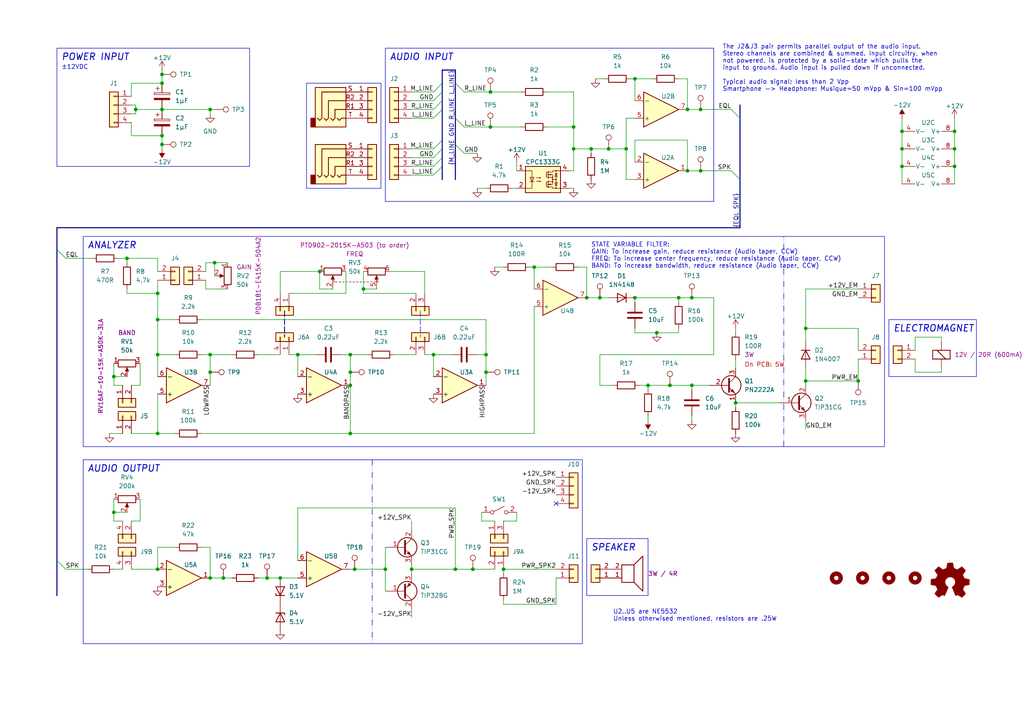
<source format=kicad_sch>
(kicad_sch
	(version 20231120)
	(generator "eeschema")
	(generator_version "8.0")
	(uuid "14673511-ea9f-4dc8-a1a8-7a6766b7c93f")
	(paper "A4")
	(title_block
		(title "FERROFLUID VU-METER")
		(date "2023-09-13")
		(rev "2")
	)
	
	(junction
		(at 45.72 165.1)
		(diameter 0)
		(color 0 0 0 0)
		(uuid "003fd66f-646e-412e-a9a5-27e456825edc")
	)
	(junction
		(at 45.72 85.09)
		(diameter 0)
		(color 0 0 0 0)
		(uuid "04c1bf17-7faf-4cb0-85a1-adfab535a0f6")
	)
	(junction
		(at 60.96 31.75)
		(diameter 0)
		(color 0 0 0 0)
		(uuid "05e9594f-d556-4b9b-b74e-2032326c294e")
	)
	(junction
		(at 166.37 36.83)
		(diameter 0)
		(color 0 0 0 0)
		(uuid "07d5df60-bf3a-4168-984a-673b63eb8bbe")
	)
	(junction
		(at 111.76 165.1)
		(diameter 0)
		(color 0 0 0 0)
		(uuid "08a030e7-d927-401e-9057-36af9ade38a8")
	)
	(junction
		(at 276.86 43.18)
		(diameter 0)
		(color 0 0 0 0)
		(uuid "0dd86a34-da5f-4eea-b255-2658c25ba79d")
	)
	(junction
		(at 196.85 86.36)
		(diameter 0)
		(color 0 0 0 0)
		(uuid "116d61b4-7255-4e5d-9afd-6248f14457a0")
	)
	(junction
		(at 213.36 116.84)
		(diameter 0)
		(color 0 0 0 0)
		(uuid "1ab2baf8-186e-4625-99df-c771c044c0a4")
	)
	(junction
		(at 146.05 165.1)
		(diameter 0)
		(color 0 0 0 0)
		(uuid "1d190b4d-9b03-4a1e-a35f-3ad10c05c466")
	)
	(junction
		(at 233.68 95.25)
		(diameter 0)
		(color 0 0 0 0)
		(uuid "1ff08a49-b183-4be7-8242-da07bb8de1cc")
	)
	(junction
		(at 184.15 22.86)
		(diameter 0)
		(color 0 0 0 0)
		(uuid "237825bc-f213-41de-a8e7-3e3e33c8f52a")
	)
	(junction
		(at 45.72 102.87)
		(diameter 0)
		(color 0 0 0 0)
		(uuid "239506a3-c07d-4656-b544-30bacd7fed19")
	)
	(junction
		(at 276.86 38.1)
		(diameter 0)
		(color 0 0 0 0)
		(uuid "2483e8bd-a9f8-48de-a0c4-21e25b2b4c57")
	)
	(junction
		(at 125.73 102.87)
		(diameter 0)
		(color 0 0 0 0)
		(uuid "25ff6cc9-22e2-4a80-85ba-b6ebeb198e98")
	)
	(junction
		(at 200.66 111.76)
		(diameter 0)
		(color 0 0 0 0)
		(uuid "2910581c-9af2-4a49-88ab-2817740b36ec")
	)
	(junction
		(at 203.2 31.75)
		(diameter 0)
		(color 0 0 0 0)
		(uuid "2c5fc017-d6da-4528-b464-55b6b20d7248")
	)
	(junction
		(at 154.94 77.47)
		(diameter 0)
		(color 0 0 0 0)
		(uuid "3b2d51f8-621d-46b8-bd93-492cfb214b11")
	)
	(junction
		(at 46.99 31.75)
		(diameter 0)
		(color 0 0 0 0)
		(uuid "3bd24ec2-0411-456e-bffd-17d33bbe66dc")
	)
	(junction
		(at 101.6 107.95)
		(diameter 0)
		(color 0 0 0 0)
		(uuid "47ef8af0-38c0-4efd-a796-a63e8b99476c")
	)
	(junction
		(at 199.39 31.75)
		(diameter 0)
		(color 0 0 0 0)
		(uuid "4e119b1c-a323-43c3-9a6c-e1b55ccae7bc")
	)
	(junction
		(at 140.97 107.95)
		(diameter 0)
		(color 0 0 0 0)
		(uuid "5343f6e0-07bc-4734-a3e5-30a89b15b964")
	)
	(junction
		(at 194.31 111.76)
		(diameter 0)
		(color 0 0 0 0)
		(uuid "593f1d7b-4ef4-4d34-847d-0d9230939780")
	)
	(junction
		(at 173.99 86.36)
		(diameter 0)
		(color 0 0 0 0)
		(uuid "5ac312f4-f145-4b6c-96c0-7fdf374d1a32")
	)
	(junction
		(at 62.23 76.2)
		(diameter 0)
		(color 0 0 0 0)
		(uuid "60fb34e1-e7b0-43b6-9817-ab7e4ee6ea22")
	)
	(junction
		(at 92.71 78.74)
		(diameter 0)
		(color 0 0 0 0)
		(uuid "61ef1f2a-ac06-45b3-b1a8-1ae1890d585a")
	)
	(junction
		(at 203.2 49.53)
		(diameter 0)
		(color 0 0 0 0)
		(uuid "62b2d722-c38c-4b83-9bf1-81d12ce53d76")
	)
	(junction
		(at 60.96 102.87)
		(diameter 0)
		(color 0 0 0 0)
		(uuid "65ce1424-a313-4704-9879-7d73ea389716")
	)
	(junction
		(at 261.62 48.26)
		(diameter 0)
		(color 0 0 0 0)
		(uuid "65ceb5d2-c6c1-4c94-9619-cf423be23f57")
	)
	(junction
		(at 45.72 125.73)
		(diameter 0)
		(color 0 0 0 0)
		(uuid "6baae4a8-2b2a-48fe-b407-1e1696c79613")
	)
	(junction
		(at 105.41 83.82)
		(diameter 0)
		(color 0 0 0 0)
		(uuid "701fa74c-ef28-4cde-9ccc-7cddc7a34174")
	)
	(junction
		(at 102.87 165.1)
		(diameter 0)
		(color 0 0 0 0)
		(uuid "716b2162-342b-4f86-b2bd-6d60496df11d")
	)
	(junction
		(at 170.18 86.36)
		(diameter 0)
		(color 0 0 0 0)
		(uuid "7912a21f-80cd-441c-a582-f369330e1776")
	)
	(junction
		(at 181.61 43.18)
		(diameter 0)
		(color 0 0 0 0)
		(uuid "7aeaf2b9-aa67-41c7-9ab1-c43811e73528")
	)
	(junction
		(at 187.96 111.76)
		(diameter 0)
		(color 0 0 0 0)
		(uuid "89c43a8a-92f5-47b1-8b52-c1335c207388")
	)
	(junction
		(at 39.37 31.75)
		(diameter 0)
		(color 0 0 0 0)
		(uuid "919aa397-27e8-4388-9ce5-72ebaf8087dd")
	)
	(junction
		(at 33.02 109.22)
		(diameter 0)
		(color 0 0 0 0)
		(uuid "932af2ae-6c32-4f8b-ae67-111992b445a9")
	)
	(junction
		(at 276.86 48.26)
		(diameter 0)
		(color 0 0 0 0)
		(uuid "95adb150-c25a-481c-a918-b53478a3940f")
	)
	(junction
		(at 101.6 111.76)
		(diameter 0)
		(color 0 0 0 0)
		(uuid "964fc402-f54f-45c1-83b2-fbb0a134286f")
	)
	(junction
		(at 248.92 110.49)
		(diameter 0)
		(color 0 0 0 0)
		(uuid "967d7745-f4df-4ff3-ae67-a7158277d9d3")
	)
	(junction
		(at 36.83 74.93)
		(diameter 0)
		(color 0 0 0 0)
		(uuid "9965e7e5-22e3-4570-b61a-c8a01a0d25c6")
	)
	(junction
		(at 261.62 38.1)
		(diameter 0)
		(color 0 0 0 0)
		(uuid "997c49cf-c5e2-4949-a741-ef8d73e96cfa")
	)
	(junction
		(at 45.72 92.71)
		(diameter 0)
		(color 0 0 0 0)
		(uuid "9a2bbebc-79d9-4ac9-8955-759b3af79b42")
	)
	(junction
		(at 233.68 110.49)
		(diameter 0)
		(color 0 0 0 0)
		(uuid "9ac6030a-74f1-4d99-9fa9-8d33c9ff3b06")
	)
	(junction
		(at 142.24 36.83)
		(diameter 0)
		(color 0 0 0 0)
		(uuid "a26e0235-cdc9-43e8-8622-d9099a3386bd")
	)
	(junction
		(at 101.6 125.73)
		(diameter 0)
		(color 0 0 0 0)
		(uuid "a666bbe2-4055-4a25-a90f-8b81213d034d")
	)
	(junction
		(at 261.62 43.18)
		(diameter 0)
		(color 0 0 0 0)
		(uuid "a8b03757-af10-4f12-8fb7-30143897fa55")
	)
	(junction
		(at 166.37 43.18)
		(diameter 0)
		(color 0 0 0 0)
		(uuid "ae6a9cad-de77-4cb1-bb8f-9bba4011c250")
	)
	(junction
		(at 46.99 21.59)
		(diameter 0)
		(color 0 0 0 0)
		(uuid "b32fecd8-e9bd-4491-b58d-a0613bd7073d")
	)
	(junction
		(at 140.97 102.87)
		(diameter 0)
		(color 0 0 0 0)
		(uuid "b4b1f0ce-af3d-45e1-a23d-5b600aa48a34")
	)
	(junction
		(at 86.36 102.87)
		(diameter 0)
		(color 0 0 0 0)
		(uuid "b6ac4731-18d8-4f8c-a235-c0c1fd1cdf45")
	)
	(junction
		(at 101.6 102.87)
		(diameter 0)
		(color 0 0 0 0)
		(uuid "b9838a45-9aec-4a4e-9a5c-c5bc756281de")
	)
	(junction
		(at 190.5 96.52)
		(diameter 0)
		(color 0 0 0 0)
		(uuid "bc7b3d03-3ffa-4287-9c82-b87317fe9a5f")
	)
	(junction
		(at 60.96 107.95)
		(diameter 0)
		(color 0 0 0 0)
		(uuid "c1a7ed4b-411a-4e38-8b6c-6a0b6a868e06")
	)
	(junction
		(at 171.45 43.18)
		(diameter 0)
		(color 0 0 0 0)
		(uuid "c90cd525-2248-4c54-a1fc-a76dac7c1114")
	)
	(junction
		(at 184.15 86.36)
		(diameter 0)
		(color 0 0 0 0)
		(uuid "cdfcc502-b899-4afb-bd29-42f360191741")
	)
	(junction
		(at 176.53 43.18)
		(diameter 0)
		(color 0 0 0 0)
		(uuid "d1fe8807-cbe8-4f51-aa45-0372c89a10d4")
	)
	(junction
		(at 199.39 49.53)
		(diameter 0)
		(color 0 0 0 0)
		(uuid "d2dcf3b7-b95c-4298-b7e8-8675144524a1")
	)
	(junction
		(at 119.38 165.1)
		(diameter 0)
		(color 0 0 0 0)
		(uuid "db00b7a3-d570-4b1c-8653-3b69ce53e826")
	)
	(junction
		(at 132.08 165.1)
		(diameter 0)
		(color 0 0 0 0)
		(uuid "dbf8996e-a614-4f31-bcfe-397aad3aedfe")
	)
	(junction
		(at 33.02 148.59)
		(diameter 0)
		(color 0 0 0 0)
		(uuid "dce8aa3c-3b83-4913-bfe0-946b271a5568")
	)
	(junction
		(at 60.96 167.64)
		(diameter 0)
		(color 0 0 0 0)
		(uuid "df23b182-ed17-4e27-8a5a-58bddc5b343d")
	)
	(junction
		(at 64.77 167.64)
		(diameter 0)
		(color 0 0 0 0)
		(uuid "e284c660-80f4-4e17-b60f-d4c192af4b54")
	)
	(junction
		(at 46.99 39.37)
		(diameter 0)
		(color 0 0 0 0)
		(uuid "e99f0703-2bc3-42c5-a2fe-4a8b845d3aba")
	)
	(junction
		(at 200.66 86.36)
		(diameter 0)
		(color 0 0 0 0)
		(uuid "ebdb1a62-eb8f-40a0-917f-1cf2096f807a")
	)
	(junction
		(at 46.99 24.13)
		(diameter 0)
		(color 0 0 0 0)
		(uuid "ed418e7b-ed13-4002-8856-b2002126ed1c")
	)
	(junction
		(at 46.99 41.91)
		(diameter 0)
		(color 0 0 0 0)
		(uuid "efbf059a-a828-428d-bf0d-4f0d750c1773")
	)
	(junction
		(at 81.28 167.64)
		(diameter 0)
		(color 0 0 0 0)
		(uuid "fa9a736a-9e8d-4b18-a517-382ce4c2c595")
	)
	(junction
		(at 142.24 26.67)
		(diameter 0)
		(color 0 0 0 0)
		(uuid "fc936d87-5eb4-4e4f-b0a7-1e54e7cfc0ee")
	)
	(junction
		(at 137.16 165.1)
		(diameter 0)
		(color 0 0 0 0)
		(uuid "fd1a6610-50ae-43a3-914d-7746d332c002")
	)
	(junction
		(at 77.47 167.64)
		(diameter 0)
		(color 0 0 0 0)
		(uuid "fdd801fb-0568-4f5c-8071-163fab36726e")
	)
	(no_connect
		(at 161.29 146.05)
		(uuid "501edae1-2b0d-4ce9-a4fd-11180bca5a60")
	)
	(bus_entry
		(at 132.08 34.29)
		(size 2.54 2.54)
		(stroke
			(width 0)
			(type default)
		)
		(uuid "0579a440-e811-4f45-9e53-817183ad5649")
	)
	(bus_entry
		(at 125.73 31.75)
		(size 2.54 -2.54)
		(stroke
			(width 0)
			(type default)
		)
		(uuid "24c48c80-cf74-400b-8930-2d3ace481410")
	)
	(bus_entry
		(at 16.51 72.39)
		(size 2.54 2.54)
		(stroke
			(width 0)
			(type default)
		)
		(uuid "2b5917d6-38a6-432c-9de8-bd79cc0d7d8b")
	)
	(bus_entry
		(at 132.08 41.91)
		(size 2.54 2.54)
		(stroke
			(width 0)
			(type default)
		)
		(uuid "33c11cff-adde-4c33-ab34-566aa63a5c28")
	)
	(bus_entry
		(at 125.73 34.29)
		(size 2.54 -2.54)
		(stroke
			(width 0)
			(type default)
		)
		(uuid "3ea910f7-1f23-4e83-879a-a471e3055756")
	)
	(bus_entry
		(at 212.09 49.53)
		(size 2.54 2.54)
		(stroke
			(width 0)
			(type default)
		)
		(uuid "59cf5374-84cb-4e92-bb4d-b63a5b2254d2")
	)
	(bus_entry
		(at 212.09 31.75)
		(size 2.54 2.54)
		(stroke
			(width 0)
			(type default)
		)
		(uuid "6c2e3579-0570-494a-9ac2-9cadfee3170f")
	)
	(bus_entry
		(at 16.51 162.56)
		(size 2.54 2.54)
		(stroke
			(width 0)
			(type default)
		)
		(uuid "79e72b61-522b-4a5b-8ce7-404c34b65adb")
	)
	(bus_entry
		(at 125.73 45.72)
		(size 2.54 -2.54)
		(stroke
			(width 0)
			(type default)
		)
		(uuid "8baea4d5-4783-4f53-926e-fe3f5cd8b800")
	)
	(bus_entry
		(at 132.08 24.13)
		(size 2.54 2.54)
		(stroke
			(width 0)
			(type default)
		)
		(uuid "a6f2c7fb-240e-4f85-b24b-715ecdfac1c1")
	)
	(bus_entry
		(at 125.73 26.67)
		(size 2.54 -2.54)
		(stroke
			(width 0)
			(type default)
		)
		(uuid "a9d384c9-4d79-47ab-a07c-d4c42ba27992")
	)
	(bus_entry
		(at 125.73 48.26)
		(size 2.54 -2.54)
		(stroke
			(width 0)
			(type default)
		)
		(uuid "b2ad77cc-85eb-4f40-a4c6-2b724aaf1861")
	)
	(bus_entry
		(at 125.73 43.18)
		(size 2.54 -2.54)
		(stroke
			(width 0)
			(type default)
		)
		(uuid "d2f501a1-cb9b-4b55-9abe-7e9b545ce02b")
	)
	(bus_entry
		(at 125.73 50.8)
		(size 2.54 -2.54)
		(stroke
			(width 0)
			(type default)
		)
		(uuid "ddd3f842-24dd-4199-af90-0adbe4dbeba6")
	)
	(bus_entry
		(at 125.73 29.21)
		(size 2.54 -2.54)
		(stroke
			(width 0)
			(type default)
		)
		(uuid "eccae94c-c18c-47b1-a2a1-744b7e4a5810")
	)
	(wire
		(pts
			(xy 199.39 49.53) (xy 199.39 40.64)
		)
		(stroke
			(width 0)
			(type default)
		)
		(uuid "00a4e66a-0c0f-4ac7-b9b3-2264e2137b84")
	)
	(polyline
		(pts
			(xy 82.55 90.17) (xy 82.55 97.79)
		)
		(stroke
			(width 0)
			(type dash)
		)
		(uuid "018b427b-b565-41d9-b5f8-4ee479c04ad1")
	)
	(wire
		(pts
			(xy 33.02 109.22) (xy 36.83 109.22)
		)
		(stroke
			(width 0)
			(type default)
		)
		(uuid "01a67ec8-f010-4ba0-946d-1b4eb76037c9")
	)
	(wire
		(pts
			(xy 213.36 104.14) (xy 213.36 106.68)
		)
		(stroke
			(width 0)
			(type default)
		)
		(uuid "040d42ad-183b-4c17-91f1-737ada2cbc8a")
	)
	(wire
		(pts
			(xy 187.96 111.76) (xy 187.96 113.03)
		)
		(stroke
			(width 0)
			(type default)
		)
		(uuid "05599f9e-251f-42f8-8bee-6740a75ec7bf")
	)
	(wire
		(pts
			(xy 196.85 87.63) (xy 196.85 86.36)
		)
		(stroke
			(width 0)
			(type default)
		)
		(uuid "05b712b9-84b5-4579-8319-8ddc5557881a")
	)
	(wire
		(pts
			(xy 194.31 111.76) (xy 200.66 111.76)
		)
		(stroke
			(width 0)
			(type default)
		)
		(uuid "0638013d-12d0-4935-ae1d-40635406a260")
	)
	(wire
		(pts
			(xy 173.99 102.87) (xy 207.01 102.87)
		)
		(stroke
			(width 0)
			(type default)
		)
		(uuid "072177d6-b65a-4f95-b096-6c03ba931184")
	)
	(wire
		(pts
			(xy 166.37 26.67) (xy 166.37 36.83)
		)
		(stroke
			(width 0)
			(type default)
		)
		(uuid "07852799-302a-4da4-8670-608be844eeab")
	)
	(wire
		(pts
			(xy 140.97 102.87) (xy 140.97 92.71)
		)
		(stroke
			(width 0)
			(type default)
		)
		(uuid "09ebd480-9dbc-4da6-8350-699f6edf3420")
	)
	(bus
		(pts
			(xy 16.51 66.04) (xy 214.63 66.04)
		)
		(stroke
			(width 0)
			(type default)
		)
		(uuid "0b81e622-5fd9-4941-b3c1-83d98de994e7")
	)
	(wire
		(pts
			(xy 199.39 49.53) (xy 203.2 49.53)
		)
		(stroke
			(width 0)
			(type default)
		)
		(uuid "0bef59df-526b-4840-a86e-7d7d8ed987e4")
	)
	(bus
		(pts
			(xy 214.63 52.07) (xy 214.63 66.04)
		)
		(stroke
			(width 0)
			(type default)
		)
		(uuid "0d250ec5-830a-4189-8a5f-1a8f0f37a2b8")
	)
	(wire
		(pts
			(xy 119.38 43.18) (xy 125.73 43.18)
		)
		(stroke
			(width 0)
			(type default)
		)
		(uuid "0e4db767-9a9f-4746-b4a0-3a6cb160b05b")
	)
	(wire
		(pts
			(xy 125.73 102.87) (xy 125.73 109.22)
		)
		(stroke
			(width 0)
			(type default)
		)
		(uuid "1049729a-c097-41e2-9be2-5f6ab8941407")
	)
	(wire
		(pts
			(xy 99.06 102.87) (xy 101.6 102.87)
		)
		(stroke
			(width 0)
			(type default)
		)
		(uuid "12221ab9-a527-465f-aa05-e3cd9c84fe1f")
	)
	(wire
		(pts
			(xy 200.66 86.36) (xy 207.01 86.36)
		)
		(stroke
			(width 0)
			(type default)
		)
		(uuid "127a0b9f-991c-4d3c-9e87-a785de051f2e")
	)
	(wire
		(pts
			(xy 60.96 33.02) (xy 60.96 31.75)
		)
		(stroke
			(width 0)
			(type default)
		)
		(uuid "14ec2469-503e-4b06-8488-27d0d42cbcfd")
	)
	(wire
		(pts
			(xy 273.05 106.68) (xy 273.05 107.95)
		)
		(stroke
			(width 0)
			(type default)
		)
		(uuid "156bf74e-cb1d-43d4-9dda-6fd6a9ebf2f3")
	)
	(bus
		(pts
			(xy 16.51 72.39) (xy 16.51 162.56)
		)
		(stroke
			(width 0)
			(type default)
		)
		(uuid "158de870-251f-4db4-a23b-0b203049ee51")
	)
	(wire
		(pts
			(xy 66.04 76.2) (xy 62.23 76.2)
		)
		(stroke
			(width 0)
			(type default)
		)
		(uuid "15cf5ee8-29fb-4c9d-b3c2-3a6e70f1a1e6")
	)
	(wire
		(pts
			(xy 40.64 105.41) (xy 40.64 111.76)
		)
		(stroke
			(width 0)
			(type default)
		)
		(uuid "17635894-1924-4f4e-8d7d-a6bd24d5ea3e")
	)
	(wire
		(pts
			(xy 148.59 54.61) (xy 149.86 54.61)
		)
		(stroke
			(width 0)
			(type default)
		)
		(uuid "17e7b0a9-b777-40c0-9870-f99acb869321")
	)
	(wire
		(pts
			(xy 45.72 81.28) (xy 45.72 85.09)
		)
		(stroke
			(width 0)
			(type default)
		)
		(uuid "190221d5-51ac-42d5-bdff-2ea3a77de31a")
	)
	(wire
		(pts
			(xy 36.83 85.09) (xy 45.72 85.09)
		)
		(stroke
			(width 0)
			(type default)
		)
		(uuid "1b01de72-ab78-4739-8050-63f2dcd66e11")
	)
	(wire
		(pts
			(xy 233.68 95.25) (xy 248.92 95.25)
		)
		(stroke
			(width 0)
			(type default)
		)
		(uuid "1b7f0b06-a5f6-4ef6-a81a-e0e0892d4694")
	)
	(wire
		(pts
			(xy 184.15 29.21) (xy 184.15 22.86)
		)
		(stroke
			(width 0)
			(type default)
		)
		(uuid "1bae1d5b-ebe4-40b2-907e-99e073147a8d")
	)
	(wire
		(pts
			(xy 62.23 31.75) (xy 60.96 31.75)
		)
		(stroke
			(width 0)
			(type default)
		)
		(uuid "1bcdc5ac-ea05-4835-9398-92b8de89f1ec")
	)
	(polyline
		(pts
			(xy 227.33 129.54) (xy 227.33 68.58)
		)
		(stroke
			(width 0)
			(type dash_dot_dot)
		)
		(uuid "1dac07d9-262a-4a3e-99d2-2453f22c0a07")
	)
	(wire
		(pts
			(xy 149.86 151.13) (xy 149.86 148.59)
		)
		(stroke
			(width 0)
			(type default)
		)
		(uuid "1f0eb712-90ad-4ef8-9610-31fbc68dd83a")
	)
	(wire
		(pts
			(xy 173.99 86.36) (xy 176.53 86.36)
		)
		(stroke
			(width 0)
			(type default)
		)
		(uuid "1fa6bc9b-38a0-4e71-91f9-2e8451421181")
	)
	(wire
		(pts
			(xy 265.43 97.79) (xy 273.05 97.79)
		)
		(stroke
			(width 0)
			(type default)
		)
		(uuid "1fa926ac-760c-4bc9-85f7-34915ad26acf")
	)
	(wire
		(pts
			(xy 81.28 167.64) (xy 86.36 167.64)
		)
		(stroke
			(width 0)
			(type default)
		)
		(uuid "204cd057-19ca-47df-9fcf-c541224dd722")
	)
	(wire
		(pts
			(xy 213.36 95.25) (xy 213.36 96.52)
		)
		(stroke
			(width 0)
			(type default)
		)
		(uuid "20b7ae85-b780-4e97-845e-bd4f52f87b0b")
	)
	(wire
		(pts
			(xy 142.24 26.67) (xy 151.13 26.67)
		)
		(stroke
			(width 0)
			(type default)
		)
		(uuid "20bdd042-c1f3-4615-9d23-14ffe0eff189")
	)
	(wire
		(pts
			(xy 140.97 102.87) (xy 140.97 107.95)
		)
		(stroke
			(width 0)
			(type default)
		)
		(uuid "2103d7b8-0231-4591-9ac4-9087cd1dcb9d")
	)
	(bus
		(pts
			(xy 132.08 34.29) (xy 132.08 41.91)
		)
		(stroke
			(width 0)
			(type default)
		)
		(uuid "21fd39b6-daae-4d08-ba92-c63d378c9a4d")
	)
	(wire
		(pts
			(xy 187.96 111.76) (xy 194.31 111.76)
		)
		(stroke
			(width 0)
			(type default)
		)
		(uuid "23266810-2629-4a60-ab7c-097fb20164af")
	)
	(wire
		(pts
			(xy 120.65 85.09) (xy 105.41 85.09)
		)
		(stroke
			(width 0)
			(type default)
		)
		(uuid "2490b13e-86c9-44af-acd0-0e999a4647d0")
	)
	(wire
		(pts
			(xy 248.92 95.25) (xy 248.92 101.6)
		)
		(stroke
			(width 0)
			(type default)
		)
		(uuid "269c5a61-41ec-4445-b649-c81ca33c051a")
	)
	(wire
		(pts
			(xy 203.2 49.53) (xy 212.09 49.53)
		)
		(stroke
			(width 0)
			(type default)
		)
		(uuid "28929408-6216-491f-a4ef-f6e7abd28be8")
	)
	(wire
		(pts
			(xy 233.68 110.49) (xy 233.68 111.76)
		)
		(stroke
			(width 0)
			(type default)
		)
		(uuid "29d921a3-d67b-4c02-9f69-67373c5ea808")
	)
	(wire
		(pts
			(xy 261.62 48.26) (xy 261.62 53.34)
		)
		(stroke
			(width 0)
			(type default)
		)
		(uuid "2b809267-2fb7-4eb3-886e-d8458f27379d")
	)
	(wire
		(pts
			(xy 261.62 34.29) (xy 261.62 38.1)
		)
		(stroke
			(width 0)
			(type default)
		)
		(uuid "2c1a1e32-17a0-4d52-92d1-bd4306a5c410")
	)
	(wire
		(pts
			(xy 137.16 165.1) (xy 143.51 165.1)
		)
		(stroke
			(width 0)
			(type default)
		)
		(uuid "319a7543-2fbe-413a-80ef-9d3b1a78b748")
	)
	(wire
		(pts
			(xy 36.83 85.09) (xy 36.83 83.82)
		)
		(stroke
			(width 0)
			(type default)
		)
		(uuid "31ab676d-aa05-467e-b7eb-7826587bf67c")
	)
	(wire
		(pts
			(xy 100.33 85.09) (xy 100.33 78.74)
		)
		(stroke
			(width 0)
			(type default)
		)
		(uuid "33017f79-f834-4fde-aed3-38c710500064")
	)
	(polyline
		(pts
			(xy 107.95 133.35) (xy 107.95 186.69)
		)
		(stroke
			(width 0)
			(type dash_dot_dot)
		)
		(uuid "33cdb2bf-8aac-4779-b72c-7f955f1c4527")
	)
	(wire
		(pts
			(xy 276.86 48.26) (xy 276.86 53.34)
		)
		(stroke
			(width 0)
			(type default)
		)
		(uuid "33d6ea83-a4aa-440a-b0bc-53071c8fb186")
	)
	(wire
		(pts
			(xy 184.15 40.64) (xy 184.15 46.99)
		)
		(stroke
			(width 0)
			(type default)
		)
		(uuid "350ce695-d18e-4859-b05a-c3d88526db87")
	)
	(wire
		(pts
			(xy 33.02 111.76) (xy 35.56 111.76)
		)
		(stroke
			(width 0)
			(type default)
		)
		(uuid "36b3f9b9-1e00-4157-a7bf-c2acd53e5e67")
	)
	(wire
		(pts
			(xy 276.86 43.18) (xy 276.86 48.26)
		)
		(stroke
			(width 0)
			(type default)
		)
		(uuid "37dddb83-0d64-413d-b3dd-1c9ebe9418e6")
	)
	(wire
		(pts
			(xy 199.39 31.75) (xy 203.2 31.75)
		)
		(stroke
			(width 0)
			(type default)
		)
		(uuid "38517a2b-3ddb-44d4-aa0b-8d1624e320b1")
	)
	(bus
		(pts
			(xy 128.27 24.13) (xy 128.27 20.32)
		)
		(stroke
			(width 0)
			(type default)
		)
		(uuid "387966f4-4f2b-4ce4-b43d-4c9a75aaaa98")
	)
	(wire
		(pts
			(xy 161.29 167.64) (xy 161.29 175.26)
		)
		(stroke
			(width 0)
			(type default)
		)
		(uuid "3a700874-ea56-4829-ba3e-76cc9a43cb04")
	)
	(bus
		(pts
			(xy 128.27 52.07) (xy 128.27 48.26)
		)
		(stroke
			(width 0)
			(type default)
		)
		(uuid "3a7f01a1-7347-4e92-9523-02909a612550")
	)
	(wire
		(pts
			(xy 38.1 125.73) (xy 45.72 125.73)
		)
		(stroke
			(width 0)
			(type default)
		)
		(uuid "3d75f85b-65cd-49bf-948c-1b3625b60918")
	)
	(wire
		(pts
			(xy 39.37 30.48) (xy 39.37 31.75)
		)
		(stroke
			(width 0)
			(type default)
		)
		(uuid "40c8aa4e-ce10-4b19-8f6e-4b10812e4d35")
	)
	(bus
		(pts
			(xy 128.27 20.32) (xy 132.08 20.32)
		)
		(stroke
			(width 0)
			(type default)
		)
		(uuid "40ca4b64-e173-4d7b-89b3-fa9449af0c5a")
	)
	(wire
		(pts
			(xy 39.37 31.75) (xy 39.37 33.02)
		)
		(stroke
			(width 0)
			(type default)
		)
		(uuid "42e297b4-5e62-4533-9011-11c5ee6e3c75")
	)
	(wire
		(pts
			(xy 276.86 34.29) (xy 276.86 38.1)
		)
		(stroke
			(width 0)
			(type default)
		)
		(uuid "42edfb10-dc0e-45ad-85bb-786889378c4c")
	)
	(wire
		(pts
			(xy 46.99 39.37) (xy 46.99 41.91)
		)
		(stroke
			(width 0)
			(type default)
		)
		(uuid "43406f1f-bf03-4c16-bd72-24a6631fcd82")
	)
	(wire
		(pts
			(xy 59.69 76.2) (xy 59.69 78.74)
		)
		(stroke
			(width 0)
			(type default)
		)
		(uuid "4362f199-4fa1-4c2f-b258-df0e96bf570b")
	)
	(wire
		(pts
			(xy 33.02 165.1) (xy 35.56 165.1)
		)
		(stroke
			(width 0)
			(type default)
		)
		(uuid "442931a7-cb00-4c4c-847a-b54217ac532c")
	)
	(wire
		(pts
			(xy 119.38 50.8) (xy 125.73 50.8)
		)
		(stroke
			(width 0)
			(type default)
		)
		(uuid "474e3ffb-e180-4f96-a09e-dda8cead8829")
	)
	(wire
		(pts
			(xy 101.6 102.87) (xy 101.6 107.95)
		)
		(stroke
			(width 0)
			(type default)
		)
		(uuid "484d949a-3b0a-4326-bf0b-52c431b73a02")
	)
	(wire
		(pts
			(xy 106.68 102.87) (xy 101.6 102.87)
		)
		(stroke
			(width 0)
			(type default)
		)
		(uuid "4889ede2-9b23-4495-ab23-0c4c6fe0aaf4")
	)
	(wire
		(pts
			(xy 119.38 45.72) (xy 125.73 45.72)
		)
		(stroke
			(width 0)
			(type default)
		)
		(uuid "4a3c5d17-db8e-4418-8bee-d72011566b42")
	)
	(wire
		(pts
			(xy 123.19 78.74) (xy 123.19 85.09)
		)
		(stroke
			(width 0)
			(type default)
		)
		(uuid "4a7c597e-ec91-47be-9633-6e6cffcfd1cf")
	)
	(wire
		(pts
			(xy 125.73 102.87) (xy 130.81 102.87)
		)
		(stroke
			(width 0)
			(type default)
		)
		(uuid "4ab299fc-fe03-4e9d-80c9-a9fdb8cd3796")
	)
	(wire
		(pts
			(xy 60.96 107.95) (xy 60.96 111.76)
		)
		(stroke
			(width 0)
			(type default)
		)
		(uuid "4ce02977-50f3-469a-8755-142f2cdd53e9")
	)
	(wire
		(pts
			(xy 199.39 22.86) (xy 196.85 22.86)
		)
		(stroke
			(width 0)
			(type default)
		)
		(uuid "4d68b10c-24d8-4f33-b83a-f4c112c08322")
	)
	(bus
		(pts
			(xy 132.08 24.13) (xy 132.08 34.29)
		)
		(stroke
			(width 0)
			(type default)
		)
		(uuid "4e0de37b-1486-40f4-972a-39975058f495")
	)
	(wire
		(pts
			(xy 111.76 165.1) (xy 111.76 171.45)
		)
		(stroke
			(width 0)
			(type default)
		)
		(uuid "4e654444-b271-49d1-b816-3bb095d62d90")
	)
	(wire
		(pts
			(xy 184.15 86.36) (xy 196.85 86.36)
		)
		(stroke
			(width 0)
			(type default)
		)
		(uuid "4f868dea-6660-41ef-8ecb-b21d2d6a2b73")
	)
	(wire
		(pts
			(xy 138.43 102.87) (xy 140.97 102.87)
		)
		(stroke
			(width 0)
			(type default)
		)
		(uuid "5049d217-ca2b-4730-b4f7-04cbb19568ad")
	)
	(polyline
		(pts
			(xy 82.55 90.17) (xy 82.55 97.79)
		)
		(stroke
			(width 0)
			(type dash)
		)
		(uuid "5287e6f2-ced1-4314-adec-b27150f163c4")
	)
	(wire
		(pts
			(xy 34.29 74.93) (xy 36.83 74.93)
		)
		(stroke
			(width 0)
			(type default)
		)
		(uuid "52a624eb-db88-4fc2-acb8-7963cf1e028c")
	)
	(wire
		(pts
			(xy 140.97 107.95) (xy 140.97 111.76)
		)
		(stroke
			(width 0)
			(type default)
		)
		(uuid "53506c1b-7014-476a-ba20-208a52dc5e68")
	)
	(wire
		(pts
			(xy 92.71 83.82) (xy 92.71 78.74)
		)
		(stroke
			(width 0)
			(type default)
		)
		(uuid "5475274a-9e5d-48d5-b8ec-9919948af55b")
	)
	(wire
		(pts
			(xy 101.6 125.73) (xy 154.94 125.73)
		)
		(stroke
			(width 0)
			(type default)
		)
		(uuid "550ca91d-07de-47cd-bb24-24cf94ee102b")
	)
	(bus
		(pts
			(xy 132.08 41.91) (xy 132.08 52.07)
		)
		(stroke
			(width 0)
			(type default)
		)
		(uuid "5518d217-3f3e-4a7a-a2ae-3b478a788218")
	)
	(wire
		(pts
			(xy 105.41 83.82) (xy 109.22 83.82)
		)
		(stroke
			(width 0)
			(type default)
		)
		(uuid "56d58116-d63c-48c1-944c-f0b71c68fdcb")
	)
	(wire
		(pts
			(xy 170.18 77.47) (xy 167.64 77.47)
		)
		(stroke
			(width 0)
			(type default)
		)
		(uuid "585fcef1-62df-4929-9aee-168181b88022")
	)
	(wire
		(pts
			(xy 185.42 111.76) (xy 187.96 111.76)
		)
		(stroke
			(width 0)
			(type default)
		)
		(uuid "587d0fee-c19f-4b22-ad7a-c9a0cfa16976")
	)
	(wire
		(pts
			(xy 119.38 31.75) (xy 125.73 31.75)
		)
		(stroke
			(width 0)
			(type default)
		)
		(uuid "5a7f7864-70f2-4784-88a2-f37ea3b846be")
	)
	(wire
		(pts
			(xy 64.77 167.64) (xy 67.31 167.64)
		)
		(stroke
			(width 0)
			(type default)
		)
		(uuid "5b7eaef8-d36f-4b39-bc71-895c4277bee6")
	)
	(wire
		(pts
			(xy 119.38 48.26) (xy 125.73 48.26)
		)
		(stroke
			(width 0)
			(type default)
		)
		(uuid "5bc43314-62a9-4705-8aa9-fc14fa39003b")
	)
	(bus
		(pts
			(xy 214.63 34.29) (xy 214.63 52.07)
		)
		(stroke
			(width 0)
			(type default)
		)
		(uuid "5c642485-ddf8-4e82-8f62-f6fd4cfbb742")
	)
	(wire
		(pts
			(xy 101.6 165.1) (xy 102.87 165.1)
		)
		(stroke
			(width 0)
			(type default)
		)
		(uuid "5c6a0a23-8756-4ff2-a62e-e5aa002b42a9")
	)
	(wire
		(pts
			(xy 74.93 102.87) (xy 81.28 102.87)
		)
		(stroke
			(width 0)
			(type default)
		)
		(uuid "5d3d6954-3501-423e-b830-db32c9ed95c3")
	)
	(wire
		(pts
			(xy 171.45 43.18) (xy 176.53 43.18)
		)
		(stroke
			(width 0)
			(type default)
		)
		(uuid "5e849280-69ba-4249-a065-ddcc3a45e121")
	)
	(wire
		(pts
			(xy 101.6 111.76) (xy 101.6 125.73)
		)
		(stroke
			(width 0)
			(type default)
		)
		(uuid "5ede6313-afa4-425c-a6c9-f2138973a079")
	)
	(wire
		(pts
			(xy 105.41 78.74) (xy 105.41 83.82)
		)
		(stroke
			(width 0)
			(type default)
		)
		(uuid "63a8dc48-4467-42c0-b0fe-8e44e51f5c09")
	)
	(wire
		(pts
			(xy 19.05 74.93) (xy 26.67 74.93)
		)
		(stroke
			(width 0)
			(type default)
		)
		(uuid "63ffa11c-3e8f-46b7-a70e-8b408d5a4138")
	)
	(wire
		(pts
			(xy 45.72 102.87) (xy 45.72 109.22)
		)
		(stroke
			(width 0)
			(type default)
		)
		(uuid "644c41f7-9b0b-4401-91cd-71f5cee92395")
	)
	(wire
		(pts
			(xy 38.1 27.94) (xy 38.1 24.13)
		)
		(stroke
			(width 0)
			(type default)
		)
		(uuid "65564743-c182-4c8d-b09c-c49b650b1a62")
	)
	(wire
		(pts
			(xy 81.28 78.74) (xy 92.71 78.74)
		)
		(stroke
			(width 0)
			(type default)
		)
		(uuid "65c4d95b-6214-405a-ad36-a560a5ee4a34")
	)
	(wire
		(pts
			(xy 146.05 166.37) (xy 146.05 165.1)
		)
		(stroke
			(width 0)
			(type default)
		)
		(uuid "6aa69f7b-c0f5-4359-8586-be669dcefdaa")
	)
	(wire
		(pts
			(xy 86.36 102.87) (xy 86.36 109.22)
		)
		(stroke
			(width 0)
			(type default)
		)
		(uuid "6b17efdc-563d-4488-ab51-5b3b8250cdf6")
	)
	(wire
		(pts
			(xy 102.87 165.1) (xy 111.76 165.1)
		)
		(stroke
			(width 0)
			(type default)
		)
		(uuid "6c09dee5-0350-4e7a-8604-00d3cb839e1a")
	)
	(wire
		(pts
			(xy 146.05 151.13) (xy 149.86 151.13)
		)
		(stroke
			(width 0)
			(type default)
		)
		(uuid "6f52719d-9830-4cce-81e0-cd93a78001e8")
	)
	(wire
		(pts
			(xy 59.69 81.28) (xy 59.69 83.82)
		)
		(stroke
			(width 0)
			(type default)
		)
		(uuid "70ed0598-9df1-44e3-b0e6-3753f60a08f5")
	)
	(wire
		(pts
			(xy 45.72 114.3) (xy 45.72 125.73)
		)
		(stroke
			(width 0)
			(type default)
		)
		(uuid "71eb8636-9f35-4612-8841-019cbc2f7244")
	)
	(wire
		(pts
			(xy 40.64 144.78) (xy 40.64 151.13)
		)
		(stroke
			(width 0)
			(type default)
		)
		(uuid "725af368-1d1f-4f61-875d-f9d31f91523a")
	)
	(wire
		(pts
			(xy 146.05 173.99) (xy 146.05 175.26)
		)
		(stroke
			(width 0)
			(type default)
		)
		(uuid "73d48034-31c7-4a6b-8a57-7dbbc92b7fbd")
	)
	(wire
		(pts
			(xy 184.15 87.63) (xy 184.15 86.36)
		)
		(stroke
			(width 0)
			(type default)
		)
		(uuid "7509671d-e838-4836-abbb-35746668486c")
	)
	(wire
		(pts
			(xy 45.72 125.73) (xy 50.8 125.73)
		)
		(stroke
			(width 0)
			(type default)
		)
		(uuid "758f2270-9552-46ff-82af-688bf38e1f0f")
	)
	(wire
		(pts
			(xy 119.38 176.53) (xy 119.38 179.07)
		)
		(stroke
			(width 0)
			(type default)
		)
		(uuid "783102d5-254f-49a5-b937-4661c999f4c0")
	)
	(wire
		(pts
			(xy 200.66 113.03) (xy 200.66 111.76)
		)
		(stroke
			(width 0)
			(type default)
		)
		(uuid "7b79acf8-db0b-4b59-881b-37b882140338")
	)
	(wire
		(pts
			(xy 233.68 106.68) (xy 233.68 110.49)
		)
		(stroke
			(width 0)
			(type default)
		)
		(uuid "7dd28fd7-f55e-4ded-99ab-887260857f69")
	)
	(wire
		(pts
			(xy 45.72 102.87) (xy 50.8 102.87)
		)
		(stroke
			(width 0)
			(type default)
		)
		(uuid "7f90f626-96a7-4b45-b233-377b27340dbc")
	)
	(wire
		(pts
			(xy 33.02 144.78) (xy 33.02 148.59)
		)
		(stroke
			(width 0)
			(type default)
		)
		(uuid "80ab14eb-477c-4627-9603-b4e8c0b666fa")
	)
	(wire
		(pts
			(xy 39.37 31.75) (xy 46.99 31.75)
		)
		(stroke
			(width 0)
			(type default)
		)
		(uuid "8253b2d1-14cd-4862-9403-c1d09fe34761")
	)
	(wire
		(pts
			(xy 181.61 34.29) (xy 181.61 43.18)
		)
		(stroke
			(width 0)
			(type default)
		)
		(uuid "84fad239-8e1f-44eb-aec4-03a03a788043")
	)
	(wire
		(pts
			(xy 33.02 105.41) (xy 33.02 109.22)
		)
		(stroke
			(width 0)
			(type default)
		)
		(uuid "85b8c847-27b6-43a5-af5e-4361d00e3ccb")
	)
	(wire
		(pts
			(xy 60.96 102.87) (xy 67.31 102.87)
		)
		(stroke
			(width 0)
			(type default)
		)
		(uuid "874054ac-c4c1-47a1-9655-bcd787d92a31")
	)
	(wire
		(pts
			(xy 38.1 35.56) (xy 38.1 39.37)
		)
		(stroke
			(width 0)
			(type default)
		)
		(uuid "8770e7f7-e26d-4a44-84b6-d224aea96a46")
	)
	(wire
		(pts
			(xy 158.75 26.67) (xy 166.37 26.67)
		)
		(stroke
			(width 0)
			(type default)
		)
		(uuid "8b26f328-e0fa-480b-8c28-e21af4199cd1")
	)
	(wire
		(pts
			(xy 45.72 158.75) (xy 45.72 165.1)
		)
		(stroke
			(width 0)
			(type default)
		)
		(uuid "8bc1a893-3bcf-4e0e-88f9-33f9ceb75bde")
	)
	(wire
		(pts
			(xy 184.15 96.52) (xy 184.15 95.25)
		)
		(stroke
			(width 0)
			(type default)
		)
		(uuid "8bc367bb-1b3d-454c-97df-36af6c4dcb79")
	)
	(wire
		(pts
			(xy 86.36 102.87) (xy 91.44 102.87)
		)
		(stroke
			(width 0)
			(type default)
		)
		(uuid "8c180943-f14d-4e31-91d0-c6dba5f8a098")
	)
	(wire
		(pts
			(xy 31.75 125.73) (xy 35.56 125.73)
		)
		(stroke
			(width 0)
			(type default)
		)
		(uuid "8c1826f0-f3ad-4f67-9ee1-c027a4bb008e")
	)
	(wire
		(pts
			(xy 60.96 167.64) (xy 60.96 158.75)
		)
		(stroke
			(width 0)
			(type default)
		)
		(uuid "8c1de4e0-d67c-499d-b17f-6126973fbf28")
	)
	(wire
		(pts
			(xy 138.43 54.61) (xy 140.97 54.61)
		)
		(stroke
			(width 0)
			(type default)
		)
		(uuid "8cb0da7f-41d1-4ecb-be01-161dc36e2e81")
	)
	(wire
		(pts
			(xy 19.05 165.1) (xy 25.4 165.1)
		)
		(stroke
			(width 0)
			(type default)
		)
		(uuid "8cbca7b4-3dd3-433c-b8b3-bffd6a30ddd7")
	)
	(wire
		(pts
			(xy 33.02 148.59) (xy 36.83 148.59)
		)
		(stroke
			(width 0)
			(type default)
		)
		(uuid "90231388-84f4-42e4-a318-4d23c67ea551")
	)
	(wire
		(pts
			(xy 190.5 96.52) (xy 196.85 96.52)
		)
		(stroke
			(width 0)
			(type default)
		)
		(uuid "907e39f1-4164-4acf-a3bf-123ba4da078f")
	)
	(wire
		(pts
			(xy 265.43 101.6) (xy 265.43 97.79)
		)
		(stroke
			(width 0)
			(type default)
		)
		(uuid "910e49df-4820-4d0e-b121-e1404acd34bf")
	)
	(polyline
		(pts
			(xy 82.55 90.17) (xy 82.55 97.79)
		)
		(stroke
			(width 0)
			(type dash)
		)
		(uuid "92a63d60-5a0f-4690-b953-efcd38764f46")
	)
	(wire
		(pts
			(xy 173.99 111.76) (xy 173.99 102.87)
		)
		(stroke
			(width 0)
			(type default)
		)
		(uuid "92a6f15c-8852-4003-9d6a-4b5a0e60b243")
	)
	(wire
		(pts
			(xy 213.36 116.84) (xy 226.06 116.84)
		)
		(stroke
			(width 0)
			(type default)
		)
		(uuid "9301532e-8f63-4d4b-aa04-9b3e720e1a65")
	)
	(polyline
		(pts
			(xy 82.55 90.17) (xy 82.55 97.79)
		)
		(stroke
			(width 0)
			(type dash)
		)
		(uuid "93ca12e0-fce4-4982-aeb3-7496c71fa9a0")
	)
	(wire
		(pts
			(xy 123.19 102.87) (xy 125.73 102.87)
		)
		(stroke
			(width 0)
			(type default)
		)
		(uuid "949eabd7-6209-4489-ba05-649c56466f03")
	)
	(wire
		(pts
			(xy 134.62 36.83) (xy 142.24 36.83)
		)
		(stroke
			(width 0)
			(type default)
		)
		(uuid "94dd9117-854e-4c73-a4a8-a65a2223f015")
	)
	(wire
		(pts
			(xy 134.62 26.67) (xy 142.24 26.67)
		)
		(stroke
			(width 0)
			(type default)
		)
		(uuid "96b7eedf-8303-42d4-9f1e-58cab178623d")
	)
	(wire
		(pts
			(xy 138.43 44.45) (xy 134.62 44.45)
		)
		(stroke
			(width 0)
			(type default)
		)
		(uuid "96de3c20-8706-45b3-b3d7-8fdc1f02c289")
	)
	(wire
		(pts
			(xy 119.38 34.29) (xy 125.73 34.29)
		)
		(stroke
			(width 0)
			(type default)
		)
		(uuid "96f3a435-7a90-411a-8f54-d1023d9e80ff")
	)
	(wire
		(pts
			(xy 233.68 121.92) (xy 233.68 124.46)
		)
		(stroke
			(width 0)
			(type default)
		)
		(uuid "9745941c-6a4e-4a09-a465-c3caf4afe1e3")
	)
	(wire
		(pts
			(xy 46.99 20.32) (xy 46.99 21.59)
		)
		(stroke
			(width 0)
			(type default)
		)
		(uuid "981498c7-7989-46db-9bcf-24e19283210c")
	)
	(wire
		(pts
			(xy 184.15 96.52) (xy 190.5 96.52)
		)
		(stroke
			(width 0)
			(type default)
		)
		(uuid "981c6b53-8fd0-49df-8357-2cd52ce345de")
	)
	(wire
		(pts
			(xy 146.05 165.1) (xy 161.29 165.1)
		)
		(stroke
			(width 0)
			(type default)
		)
		(uuid "992797bd-9be9-4572-8017-069bb5c7b8f6")
	)
	(wire
		(pts
			(xy 46.99 31.75) (xy 60.96 31.75)
		)
		(stroke
			(width 0)
			(type default)
		)
		(uuid "993fbdc4-0667-492d-b0d2-3867966d1dc1")
	)
	(wire
		(pts
			(xy 233.68 110.49) (xy 248.92 110.49)
		)
		(stroke
			(width 0)
			(type default)
		)
		(uuid "9968b8cb-e5a2-4fcc-b7b9-900e9ca9f2be")
	)
	(wire
		(pts
			(xy 38.1 33.02) (xy 39.37 33.02)
		)
		(stroke
			(width 0)
			(type default)
		)
		(uuid "99923dc6-6048-48d6-9b2a-f06c01041c38")
	)
	(wire
		(pts
			(xy 45.72 92.71) (xy 45.72 102.87)
		)
		(stroke
			(width 0)
			(type default)
		)
		(uuid "9a03c487-8ea7-4b67-8f00-6310965de4a6")
	)
	(wire
		(pts
			(xy 132.08 147.32) (xy 132.08 165.1)
		)
		(stroke
			(width 0)
			(type default)
		)
		(uuid "9a146868-5e85-4031-8fdd-9e21503259e4")
	)
	(wire
		(pts
			(xy 35.56 151.13) (xy 33.02 151.13)
		)
		(stroke
			(width 0)
			(type default)
		)
		(uuid "9c1aa5dd-354e-4d02-b48c-8ff4d7dc7afb")
	)
	(wire
		(pts
			(xy 38.1 165.1) (xy 45.72 165.1)
		)
		(stroke
			(width 0)
			(type default)
		)
		(uuid "9dd78d8a-b99b-4039-919b-1c3c316f4cd5")
	)
	(wire
		(pts
			(xy 58.42 125.73) (xy 101.6 125.73)
		)
		(stroke
			(width 0)
			(type default)
		)
		(uuid "9ea8ddc8-184c-41b5-8084-8e691e461b76")
	)
	(wire
		(pts
			(xy 265.43 104.14) (xy 265.43 107.95)
		)
		(stroke
			(width 0)
			(type default)
		)
		(uuid "9eaa15ca-e1a6-4e05-8f76-e262bb53c8fb")
	)
	(bus
		(pts
			(xy 128.27 29.21) (xy 128.27 26.67)
		)
		(stroke
			(width 0)
			(type default)
		)
		(uuid "9f229267-cd9f-4622-98b2-1cfc28af2b70")
	)
	(bus
		(pts
			(xy 128.27 48.26) (xy 128.27 45.72)
		)
		(stroke
			(width 0)
			(type default)
		)
		(uuid "9f7a8a30-185e-45a5-86cf-324cccd0392c")
	)
	(wire
		(pts
			(xy 66.04 83.82) (xy 59.69 83.82)
		)
		(stroke
			(width 0)
			(type default)
		)
		(uuid "a03e36f1-d823-46a6-ac88-83907fdda027")
	)
	(wire
		(pts
			(xy 119.38 163.83) (xy 119.38 165.1)
		)
		(stroke
			(width 0)
			(type default)
		)
		(uuid "a0bf7cd6-fb36-440d-8105-04babc598c01")
	)
	(wire
		(pts
			(xy 213.36 118.11) (xy 213.36 116.84)
		)
		(stroke
			(width 0)
			(type default)
		)
		(uuid "a1b60d66-80a6-45c7-9bb6-d044559d1c1b")
	)
	(wire
		(pts
			(xy 139.7 151.13) (xy 143.51 151.13)
		)
		(stroke
			(width 0)
			(type default)
		)
		(uuid "a2a74e5a-a4d7-4cb3-9d3b-42c42cf50452")
	)
	(wire
		(pts
			(xy 170.18 86.36) (xy 173.99 86.36)
		)
		(stroke
			(width 0)
			(type default)
		)
		(uuid "a2ae159d-36cd-4bd2-beaf-7086b22b623e")
	)
	(wire
		(pts
			(xy 38.1 24.13) (xy 46.99 24.13)
		)
		(stroke
			(width 0)
			(type default)
		)
		(uuid "a36208c1-0935-4e25-82e7-1d69053547ff")
	)
	(wire
		(pts
			(xy 184.15 40.64) (xy 199.39 40.64)
		)
		(stroke
			(width 0)
			(type default)
		)
		(uuid "a3c1246a-e61a-4265-a8fd-ea905ba80c26")
	)
	(bus
		(pts
			(xy 128.27 43.18) (xy 128.27 40.64)
		)
		(stroke
			(width 0)
			(type default)
		)
		(uuid "a49bbdea-1419-4085-9de8-7cdf91bc5b12")
	)
	(wire
		(pts
			(xy 119.38 165.1) (xy 132.08 165.1)
		)
		(stroke
			(width 0)
			(type default)
		)
		(uuid "a5503baf-ce63-415c-89a7-6d996f404fcf")
	)
	(wire
		(pts
			(xy 154.94 77.47) (xy 160.02 77.47)
		)
		(stroke
			(width 0)
			(type default)
		)
		(uuid "a67274b8-b7a1-4a91-915d-f4aee6502302")
	)
	(bus
		(pts
			(xy 128.27 26.67) (xy 128.27 24.13)
		)
		(stroke
			(width 0)
			(type default)
		)
		(uuid "a8200922-fa93-4942-a86b-249f78115b16")
	)
	(wire
		(pts
			(xy 38.1 39.37) (xy 46.99 39.37)
		)
		(stroke
			(width 0)
			(type default)
		)
		(uuid "a983e593-1061-4b92-b924-e00c5422d45a")
	)
	(wire
		(pts
			(xy 158.75 36.83) (xy 166.37 36.83)
		)
		(stroke
			(width 0)
			(type default)
		)
		(uuid "a9ad9bc9-a1f3-4793-96f4-df4593f451a2")
	)
	(wire
		(pts
			(xy 200.66 121.92) (xy 200.66 120.65)
		)
		(stroke
			(width 0)
			(type default)
		)
		(uuid "ab8b53d4-0f99-4687-b876-69a565b55256")
	)
	(wire
		(pts
			(xy 119.38 26.67) (xy 125.73 26.67)
		)
		(stroke
			(width 0)
			(type default)
		)
		(uuid "aba458a0-9582-4453-b849-f5d814449d04")
	)
	(wire
		(pts
			(xy 276.86 38.1) (xy 276.86 43.18)
		)
		(stroke
			(width 0)
			(type default)
		)
		(uuid "ac3ff00d-9c46-47a2-b7c9-0552bfe5ec4f")
	)
	(wire
		(pts
			(xy 166.37 54.61) (xy 165.1 54.61)
		)
		(stroke
			(width 0)
			(type default)
		)
		(uuid "adcae1a1-537e-485c-b47e-d856d1bc211a")
	)
	(wire
		(pts
			(xy 62.23 76.2) (xy 59.69 76.2)
		)
		(stroke
			(width 0)
			(type default)
		)
		(uuid "ae952022-bf92-4fad-9880-b3f73782697b")
	)
	(wire
		(pts
			(xy 154.94 88.9) (xy 154.94 125.73)
		)
		(stroke
			(width 0)
			(type default)
		)
		(uuid "aee61ac5-b23b-40de-9451-63703c8d016c")
	)
	(wire
		(pts
			(xy 105.41 85.09) (xy 105.41 83.82)
		)
		(stroke
			(width 0)
			(type default)
		)
		(uuid "b012b464-b100-4fc8-ab80-42669cff82f8")
	)
	(wire
		(pts
			(xy 166.37 43.18) (xy 171.45 43.18)
		)
		(stroke
			(width 0)
			(type default)
		)
		(uuid "b0c923fb-18bd-44fa-a30d-54b79baa72ee")
	)
	(wire
		(pts
			(xy 74.93 167.64) (xy 77.47 167.64)
		)
		(stroke
			(width 0)
			(type default)
		)
		(uuid "b20f1366-3ca8-433a-b5f1-ebd43f39f7aa")
	)
	(wire
		(pts
			(xy 196.85 86.36) (xy 200.66 86.36)
		)
		(stroke
			(width 0)
			(type default)
		)
		(uuid "b223c944-0f59-450f-a72d-9c94c2e100ef")
	)
	(wire
		(pts
			(xy 166.37 43.18) (xy 166.37 49.53)
		)
		(stroke
			(width 0)
			(type default)
		)
		(uuid "b265cd1c-d049-4957-aa66-5c8464278f10")
	)
	(wire
		(pts
			(xy 38.1 151.13) (xy 40.64 151.13)
		)
		(stroke
			(width 0)
			(type default)
		)
		(uuid "b2c46a2d-e71f-44b5-989e-16049124686b")
	)
	(wire
		(pts
			(xy 119.38 29.21) (xy 125.73 29.21)
		)
		(stroke
			(width 0)
			(type default)
		)
		(uuid "b4f7af8e-9ea5-494e-8a21-1332bc3506ce")
	)
	(wire
		(pts
			(xy 45.72 92.71) (xy 50.8 92.71)
		)
		(stroke
			(width 0)
			(type default)
		)
		(uuid "b55f181c-64b8-46ea-8b22-d457f0b476d4")
	)
	(wire
		(pts
			(xy 111.76 158.75) (xy 111.76 165.1)
		)
		(stroke
			(width 0)
			(type default)
		)
		(uuid "b6bddc30-518f-49b8-a7af-1705db59356a")
	)
	(bus
		(pts
			(xy 132.08 20.32) (xy 132.08 24.13)
		)
		(stroke
			(width 0)
			(type default)
		)
		(uuid "b84220e2-f366-4c5b-9898-b3ec06c70e47")
	)
	(wire
		(pts
			(xy 46.99 43.18) (xy 46.99 41.91)
		)
		(stroke
			(width 0)
			(type default)
		)
		(uuid "bac11851-0e6d-445f-9e8b-601462b22a79")
	)
	(wire
		(pts
			(xy 36.83 74.93) (xy 45.72 74.93)
		)
		(stroke
			(width 0)
			(type default)
		)
		(uuid "bdad212e-a86b-44ca-aaa9-cacebb8b7520")
	)
	(wire
		(pts
			(xy 199.39 31.75) (xy 199.39 22.86)
		)
		(stroke
			(width 0)
			(type default)
		)
		(uuid "bdde0553-0b2c-40b1-9460-5c20e083b9f5")
	)
	(wire
		(pts
			(xy 273.05 97.79) (xy 273.05 99.06)
		)
		(stroke
			(width 0)
			(type default)
		)
		(uuid "be2487a5-ffcd-4397-8256-c82244c5a34f")
	)
	(wire
		(pts
			(xy 173.99 111.76) (xy 177.8 111.76)
		)
		(stroke
			(width 0)
			(type default)
		)
		(uuid "be51dd40-4df0-4784-a1ac-c3459158cfdd")
	)
	(wire
		(pts
			(xy 153.67 77.47) (xy 154.94 77.47)
		)
		(stroke
			(width 0)
			(type default)
		)
		(uuid "c347db39-56c0-43ed-a95d-9792e37e7a16")
	)
	(wire
		(pts
			(xy 196.85 96.52) (xy 196.85 95.25)
		)
		(stroke
			(width 0)
			(type default)
		)
		(uuid "c35b6d34-4cfb-47b1-9c6c-0b83fa5d653d")
	)
	(wire
		(pts
			(xy 96.52 83.82) (xy 92.71 83.82)
		)
		(stroke
			(width 0)
			(type default)
		)
		(uuid "c5ef0057-0136-4543-9cc8-52fc17d76c42")
	)
	(wire
		(pts
			(xy 184.15 22.86) (xy 182.88 22.86)
		)
		(stroke
			(width 0)
			(type default)
		)
		(uuid "c75cc6c4-3ae6-43d9-8984-badbf4c33337")
	)
	(wire
		(pts
			(xy 265.43 107.95) (xy 273.05 107.95)
		)
		(stroke
			(width 0)
			(type default)
		)
		(uuid "c8182ca8-7f70-44a9-a8dc-c87f940cb5e0")
	)
	(wire
		(pts
			(xy 39.37 30.48) (xy 38.1 30.48)
		)
		(stroke
			(width 0)
			(type default)
		)
		(uuid "c81a8eda-5a07-4ad1-87bf-dba2cb67c2cb")
	)
	(bus
		(pts
			(xy 214.63 30.48) (xy 214.63 34.29)
		)
		(stroke
			(width 0)
			(type default)
		)
		(uuid "c827a60c-78f7-4e3e-9420-4e7536d025a2")
	)
	(wire
		(pts
			(xy 58.42 92.71) (xy 140.97 92.71)
		)
		(stroke
			(width 0)
			(type default)
		)
		(uuid "c91e968f-e22d-4ba1-8c7e-94b0ff30ea9e")
	)
	(wire
		(pts
			(xy 142.24 36.83) (xy 151.13 36.83)
		)
		(stroke
			(width 0)
			(type default)
		)
		(uuid "ca359549-5b22-4f1f-aab8-44ad0aee8ec2")
	)
	(wire
		(pts
			(xy 113.03 78.74) (xy 123.19 78.74)
		)
		(stroke
			(width 0)
			(type default)
		)
		(uuid "cb5d4504-1cef-47c2-bfe9-0e5cecdb1879")
	)
	(wire
		(pts
			(xy 261.62 38.1) (xy 261.62 43.18)
		)
		(stroke
			(width 0)
			(type default)
		)
		(uuid "cb78b623-50be-406f-8d55-d8153333a322")
	)
	(wire
		(pts
			(xy 36.83 74.93) (xy 36.83 76.2)
		)
		(stroke
			(width 0)
			(type default)
		)
		(uuid "cc7b7633-127f-4fda-91a7-3bfc07188c85")
	)
	(wire
		(pts
			(xy 45.72 85.09) (xy 45.72 92.71)
		)
		(stroke
			(width 0)
			(type default)
		)
		(uuid "cdb559a8-f612-43b3-943d-eb1236a6f558")
	)
	(bus
		(pts
			(xy 16.51 66.04) (xy 16.51 72.39)
		)
		(stroke
			(width 0)
			(type default)
		)
		(uuid "ce7d14ac-1c60-44db-9a0f-eb522120f3c5")
	)
	(wire
		(pts
			(xy 81.28 85.09) (xy 81.28 78.74)
		)
		(stroke
			(width 0)
			(type default)
		)
		(uuid "cf15387d-ba86-407b-9d6d-e2baee19a78f")
	)
	(wire
		(pts
			(xy 132.08 165.1) (xy 137.16 165.1)
		)
		(stroke
			(width 0)
			(type default)
		)
		(uuid "d0b7bc71-d205-4f61-a5d9-2b9a89272175")
	)
	(wire
		(pts
			(xy 149.86 46.99) (xy 149.86 49.53)
		)
		(stroke
			(width 0)
			(type default)
		)
		(uuid "d14468a1-76e3-4867-9353-9084725c824c")
	)
	(wire
		(pts
			(xy 170.18 86.36) (xy 170.18 77.47)
		)
		(stroke
			(width 0)
			(type default)
		)
		(uuid "d2431359-0c22-4d57-a737-4618dc569a42")
	)
	(wire
		(pts
			(xy 58.42 102.87) (xy 60.96 102.87)
		)
		(stroke
			(width 0)
			(type default)
		)
		(uuid "d365e747-94d4-4086-9ed8-0cb76359254f")
	)
	(wire
		(pts
			(xy 143.51 77.47) (xy 146.05 77.47)
		)
		(stroke
			(width 0)
			(type default)
		)
		(uuid "d3935e3f-c9e8-4995-abca-7d67feb6712a")
	)
	(wire
		(pts
			(xy 33.02 109.22) (xy 33.02 111.76)
		)
		(stroke
			(width 0)
			(type default)
		)
		(uuid "d78e89b1-4bfe-4254-a8b7-876008c27bf7")
	)
	(wire
		(pts
			(xy 181.61 52.07) (xy 184.15 52.07)
		)
		(stroke
			(width 0)
			(type default)
		)
		(uuid "d7b69a71-ad8e-4945-a9f6-5bc640ddd4fc")
	)
	(wire
		(pts
			(xy 181.61 43.18) (xy 181.61 52.07)
		)
		(stroke
			(width 0)
			(type default)
		)
		(uuid "d80d1179-d2d8-4eae-b83e-6fba6e12aaed")
	)
	(wire
		(pts
			(xy 101.6 107.95) (xy 101.6 111.76)
		)
		(stroke
			(width 0)
			(type default)
		)
		(uuid "db7f0e64-738c-4ebb-b8c3-1e4c9d8743fd")
	)
	(wire
		(pts
			(xy 60.96 167.64) (xy 64.77 167.64)
		)
		(stroke
			(width 0)
			(type default)
		)
		(uuid "dcb2b831-196d-44fa-951a-6af950546454")
	)
	(wire
		(pts
			(xy 166.37 49.53) (xy 165.1 49.53)
		)
		(stroke
			(width 0)
			(type default)
		)
		(uuid "dcd3421d-bbab-4003-801e-27a7415fd6c4")
	)
	(wire
		(pts
			(xy 176.53 43.18) (xy 181.61 43.18)
		)
		(stroke
			(width 0)
			(type default)
		)
		(uuid "dd327293-5db9-4318-9f80-367c2a639ae2")
	)
	(wire
		(pts
			(xy 172.72 22.86) (xy 175.26 22.86)
		)
		(stroke
			(width 0)
			(type default)
		)
		(uuid "ddfded42-feb1-4e5e-85a6-10642d376ae4")
	)
	(wire
		(pts
			(xy 119.38 151.13) (xy 119.38 153.67)
		)
		(stroke
			(width 0)
			(type default)
		)
		(uuid "de84d905-c7d4-4a89-bcd1-b62ed2307cf5")
	)
	(wire
		(pts
			(xy 233.68 95.25) (xy 233.68 99.06)
		)
		(stroke
			(width 0)
			(type default)
		)
		(uuid "e02cb331-d848-48f9-a405-d42e8ddb741e")
	)
	(wire
		(pts
			(xy 86.36 147.32) (xy 132.08 147.32)
		)
		(stroke
			(width 0)
			(type default)
		)
		(uuid "e20bcf47-761a-4cb6-be37-044da119b220")
	)
	(wire
		(pts
			(xy 33.02 148.59) (xy 33.02 151.13)
		)
		(stroke
			(width 0)
			(type default)
		)
		(uuid "e2eefbac-9e6e-4217-8bd5-b814631ab680")
	)
	(wire
		(pts
			(xy 114.3 102.87) (xy 120.65 102.87)
		)
		(stroke
			(width 0)
			(type default)
		)
		(uuid "e3432269-d4f1-4cff-addc-78efe011ee4c")
	)
	(wire
		(pts
			(xy 139.7 151.13) (xy 139.7 148.59)
		)
		(stroke
			(width 0)
			(type default)
		)
		(uuid "e48052f9-5d37-4743-97fb-1a69ad9c708b")
	)
	(wire
		(pts
			(xy 233.68 83.82) (xy 233.68 95.25)
		)
		(stroke
			(width 0)
			(type default)
		)
		(uuid "e4830797-a84a-4e29-b280-ceecdfdecabf")
	)
	(wire
		(pts
			(xy 171.45 44.45) (xy 171.45 43.18)
		)
		(stroke
			(width 0)
			(type default)
		)
		(uuid "e6cf9451-ab24-4bff-9839-a909a820feb5")
	)
	(wire
		(pts
			(xy 38.1 111.76) (xy 40.64 111.76)
		)
		(stroke
			(width 0)
			(type default)
		)
		(uuid "e73275c2-eff5-431d-81f2-96fcc67c3725")
	)
	(wire
		(pts
			(xy 184.15 22.86) (xy 189.23 22.86)
		)
		(stroke
			(width 0)
			(type default)
		)
		(uuid "e82fab7f-c3a7-436f-b34a-fb2d2ea25181")
	)
	(bus
		(pts
			(xy 128.27 31.75) (xy 128.27 29.21)
		)
		(stroke
			(width 0)
			(type default)
		)
		(uuid "e958c0e6-7950-4286-ac88-14b46bffa26a")
	)
	(wire
		(pts
			(xy 248.92 104.14) (xy 248.92 110.49)
		)
		(stroke
			(width 0)
			(type default)
		)
		(uuid "ec5efe16-3892-4dad-b6c9-851e1a4e446d")
	)
	(wire
		(pts
			(xy 60.96 158.75) (xy 58.42 158.75)
		)
		(stroke
			(width 0)
			(type default)
		)
		(uuid "ee6c7696-4e73-4111-97f8-fe77e2e1e2d2")
	)
	(wire
		(pts
			(xy 62.23 76.2) (xy 62.23 80.01)
		)
		(stroke
			(width 0)
			(type default)
		)
		(uuid "ef0aa671-1801-4bbd-994d-1dcd4a1ad61b")
	)
	(wire
		(pts
			(xy 46.99 21.59) (xy 46.99 24.13)
		)
		(stroke
			(width 0)
			(type default)
		)
		(uuid "efbecb75-5dc1-4029-8a96-c0ab33e483a6")
	)
	(wire
		(pts
			(xy 119.38 165.1) (xy 119.38 166.37)
		)
		(stroke
			(width 0)
			(type default)
		)
		(uuid "f073105f-4558-4e6d-a887-a95e6ecda39b")
	)
	(bus
		(pts
			(xy 16.51 162.56) (xy 16.51 172.72)
		)
		(stroke
			(width 0)
			(type default)
		)
		(uuid "f0a5042d-d435-4040-afc8-ece16fdbd6b8")
	)
	(wire
		(pts
			(xy 50.8 158.75) (xy 45.72 158.75)
		)
		(stroke
			(width 0)
			(type default)
		)
		(uuid "f257d5ec-317b-44a4-a8aa-d44ef22bd59a")
	)
	(wire
		(pts
			(xy 200.66 111.76) (xy 205.74 111.76)
		)
		(stroke
			(width 0)
			(type default)
		)
		(uuid "f2d0af64-8d42-4f56-a0bf-beb0029306da")
	)
	(wire
		(pts
			(xy 261.62 43.18) (xy 261.62 48.26)
		)
		(stroke
			(width 0)
			(type default)
		)
		(uuid "f2dc0bd2-a18c-481e-8a0b-9e8e9e22e602")
	)
	(wire
		(pts
			(xy 45.72 74.93) (xy 45.72 78.74)
		)
		(stroke
			(width 0)
			(type default)
		)
		(uuid "f3132070-6672-4be9-aec5-fb3aab462911")
	)
	(wire
		(pts
			(xy 184.15 34.29) (xy 181.61 34.29)
		)
		(stroke
			(width 0)
			(type default)
		)
		(uuid "f41ec594-5fbe-45cd-92e9-c9c03aeae7df")
	)
	(wire
		(pts
			(xy 154.94 77.47) (xy 154.94 83.82)
		)
		(stroke
			(width 0)
			(type default)
		)
		(uuid "f4b6d8c5-6279-4534-95ce-c1ff351a170b")
	)
	(wire
		(pts
			(xy 77.47 167.64) (xy 81.28 167.64)
		)
		(stroke
			(width 0)
			(type default)
		)
		(uuid "f4e1c9e9-12a9-4913-843e-9461cfb271a2")
	)
	(wire
		(pts
			(xy 60.96 102.87) (xy 60.96 107.95)
		)
		(stroke
			(width 0)
			(type default)
		)
		(uuid "f4e8c7f1-11c3-45b8-81e0-78d7b3a88c9b")
	)
	(wire
		(pts
			(xy 187.96 121.92) (xy 187.96 120.65)
		)
		(stroke
			(width 0)
			(type default)
		)
		(uuid "f55632a0-355c-4ef3-84e0-14ffdb37d635")
	)
	(polyline
		(pts
			(xy 121.92 90.17) (xy 121.92 97.79)
		)
		(stroke
			(width 0)
			(type dash)
		)
		(uuid "f8531323-fb1d-468a-a942-f007598a1476")
	)
	(wire
		(pts
			(xy 207.01 86.36) (xy 207.01 102.87)
		)
		(stroke
			(width 0)
			(type default)
		)
		(uuid "f9505c6c-2595-4c0c-ad7c-c92fa7f6b3e5")
	)
	(wire
		(pts
			(xy 83.82 85.09) (xy 100.33 85.09)
		)
		(stroke
			(width 0)
			(type default)
		)
		(uuid "fa7aaa8f-7040-499e-8a1d-2c2c030041cb")
	)
	(wire
		(pts
			(xy 146.05 175.26) (xy 161.29 175.26)
		)
		(stroke
			(width 0)
			(type default)
		)
		(uuid "fabc3549-e41a-491a-b4d8-a3c50123c9dc")
	)
	(wire
		(pts
			(xy 166.37 36.83) (xy 166.37 43.18)
		)
		(stroke
			(width 0)
			(type default)
		)
		(uuid "fb976c0c-bb48-4a95-a33f-15c9e00a501f")
	)
	(wire
		(pts
			(xy 203.2 31.75) (xy 212.09 31.75)
		)
		(stroke
			(width 0)
			(type default)
		)
		(uuid "fbca7f02-e5df-4caf-9b46-2707ed62b213")
	)
	(wire
		(pts
			(xy 233.68 83.82) (xy 248.92 83.82)
		)
		(stroke
			(width 0)
			(type default)
		)
		(uuid "fcf42cac-2530-4c29-8852-feb883faea02")
	)
	(bus
		(pts
			(xy 128.27 45.72) (xy 128.27 43.18)
		)
		(stroke
			(width 0)
			(type default)
		)
		(uuid "fd7fff52-097f-4fc4-bd98-373bb2271fa2")
	)
	(wire
		(pts
			(xy 86.36 147.32) (xy 86.36 162.56)
		)
		(stroke
			(width 0)
			(type default)
		)
		(uuid "fea2c48c-f68a-4de7-8d5a-bee87e0c0a0d")
	)
	(wire
		(pts
			(xy 83.82 102.87) (xy 86.36 102.87)
		)
		(stroke
			(width 0)
			(type default)
		)
		(uuid "feb17af3-7814-4cc7-89fe-6176443aea1b")
	)
	(bus
		(pts
			(xy 128.27 40.64) (xy 128.27 31.75)
		)
		(stroke
			(width 0)
			(type default)
		)
		(uuid "ff99d596-4470-4288-9400-03aeb7d93afe")
	)
	(rectangle
		(start 88.9 24.13)
		(end 110.49 54.61)
		(stroke
			(width 0)
			(type default)
		)
		(fill
			(type none)
		)
		(uuid 348fe4d2-9e5b-48d0-9e1f-c63e6b656cb9)
	)
	(rectangle
		(start 24.13 133.35)
		(end 168.91 186.69)
		(stroke
			(width 0)
			(type default)
		)
		(fill
			(type none)
		)
		(uuid 7a2cf1ad-6dce-436e-8f1c-f5982294b943)
	)
	(rectangle
		(start 111.76 13.97)
		(end 207.01 58.42)
		(stroke
			(width 0)
			(type default)
		)
		(fill
			(type none)
		)
		(uuid 899b707d-aab3-4073-8f6b-534c70c04ec9)
	)
	(rectangle
		(start 16.51 13.97)
		(end 72.39 48.26)
		(stroke
			(width 0)
			(type default)
		)
		(fill
			(type none)
		)
		(uuid bd0d65cf-611d-45a1-8c31-340a2fc31bd0)
	)
	(rectangle
		(start 24.13 68.58)
		(end 256.54 129.54)
		(stroke
			(width 0)
			(type solid)
		)
		(fill
			(type none)
		)
		(uuid c4eee712-16dc-4033-b6f9-7c1020d1d4c3)
	)
	(rectangle
		(start 257.81 92.71)
		(end 283.21 109.22)
		(stroke
			(width 0)
			(type default)
		)
		(fill
			(type none)
		)
		(uuid da3a0eb2-f90c-4a08-ad85-5500f4ff34c6)
	)
	(rectangle
		(start 170.18 156.21)
		(end 187.96 172.72)
		(stroke
			(width 0)
			(type default)
		)
		(fill
			(type none)
		)
		(uuid dbade439-3825-44df-8e11-5019ccf29c09)
	)
	(text "STATE VARIABLE FILTER:\nGAIN: To increase gain, reduce resistance (Audio taper, CCW)\nFREQ: To increase center frequency, reduce resistance (Audio taper, CCW)\nBAND: To increase bandwidth, reduce resistance (Audio taper, CCW)\n       "
		(exclude_from_sim no)
		(at 171.45 80.01 0)
		(effects
			(font
				(size 1.27 1.27)
			)
			(justify left bottom)
		)
		(uuid "00a37daf-509c-462d-b1e6-4b6c0274bb9a")
	)
	(text "The J2&J3 pair permits parallel output of the audio input.\nStereo channels are combined & summed. Input circuitry, when\nnot powered, is protected by a solid-state which pulls the\ninput to ground. Audio input is pulled down if unconnected.\n\nTypical audio signal: less than 2 Vpp\nSmartphone -> Headphone: Musique=50 mVpp & Sin=100 mVpp"
		(exclude_from_sim no)
		(at 209.55 26.67 0)
		(effects
			(font
				(size 1.27 1.27)
			)
			(justify left bottom)
		)
		(uuid "0f6f0cb9-d14a-4a58-a354-b6af4787dbcc")
	)
	(text "SPEAKER"
		(exclude_from_sim no)
		(at 171.45 160.02 0)
		(effects
			(font
				(size 1.905 1.905)
				(thickness 0.254)
				(bold yes)
				(italic yes)
			)
			(justify left bottom)
		)
		(uuid "60f128cc-ac47-424c-8d5e-ab9926a68a73")
	)
	(text "U2..U5 are NE5532\nUnless otherwised mentioned, resistors are .25W"
		(exclude_from_sim no)
		(at 177.8 180.34 0)
		(effects
			(font
				(size 1.27 1.27)
			)
			(justify left bottom)
		)
		(uuid "81f78b0f-d531-4282-ad07-c3e4685e01c7")
	)
	(text "ELECTROMAGNET"
		(exclude_from_sim no)
		(at 259.08 96.52 0)
		(effects
			(font
				(size 1.905 1.905)
				(thickness 0.254)
				(bold yes)
				(italic yes)
			)
			(justify left bottom)
		)
		(uuid "8fbe0b6a-df82-46e8-8d8b-6b1dbfecd3c5")
	)
	(text "ANALYZER"
		(exclude_from_sim no)
		(at 25.4 72.39 0)
		(effects
			(font
				(size 1.905 1.905)
				(thickness 0.254)
				(bold yes)
				(italic yes)
			)
			(justify left bottom)
		)
		(uuid "93928846-767d-4423-8a59-2531104d7365")
	)
	(text "±12VDC"
		(exclude_from_sim no)
		(at 17.78 20.32 0)
		(effects
			(font
				(size 1.27 1.27)
			)
			(justify left bottom)
		)
		(uuid "96a4a3b9-1948-49b7-9041-3121292980c3")
	)
	(text "On PCB: 5W"
		(exclude_from_sim no)
		(at 215.9 106.68 0)
		(effects
			(font
				(size 1.27 1.27)
				(color 194 0 0 1)
			)
			(justify left bottom)
		)
		(uuid "ab71a197-cce5-40bb-a722-b8282472668c")
	)
	(text "AUDIO INPUT"
		(exclude_from_sim no)
		(at 113.03 17.78 0)
		(effects
			(font
				(size 1.905 1.905)
				(thickness 0.254)
				(bold yes)
				(italic yes)
			)
			(justify left bottom)
		)
		(uuid "d7e88406-6c29-4b25-82ec-801d514bff79")
	)
	(text "POWER INPUT"
		(exclude_from_sim no)
		(at 17.78 17.78 0)
		(effects
			(font
				(size 1.905 1.905)
				(thickness 0.254)
				(bold yes)
				(italic yes)
			)
			(justify left bottom)
		)
		(uuid "e5974f76-758d-4136-9ed2-f77427a45fca")
	)
	(text "AUDIO OUTPUT"
		(exclude_from_sim no)
		(at 25.4 137.16 0)
		(effects
			(font
				(size 1.905 1.905)
				(thickness 0.254)
				(bold yes)
				(italic yes)
			)
			(justify left bottom)
		)
		(uuid "fd2ec86e-e7c3-4986-9a4b-99f9d8c52767")
	)
	(label "GND"
		(at 134.62 44.45 0)
		(fields_autoplaced yes)
		(effects
			(font
				(size 1.27 1.27)
			)
			(justify left bottom)
		)
		(uuid "06890bfb-290e-4a94-b379-27a75ba639af")
	)
	(label "GND_SPK"
		(at 161.29 175.26 180)
		(fields_autoplaced yes)
		(effects
			(font
				(size 1.27 1.27)
			)
			(justify right bottom)
		)
		(uuid "06b196f7-fd31-46e9-86d4-bdd8db6bc30d")
	)
	(label "GND"
		(at 125.73 45.72 180)
		(fields_autoplaced yes)
		(effects
			(font
				(size 1.27 1.27)
			)
			(justify right bottom)
		)
		(uuid "0961df05-6e82-4079-b60a-556094111308")
	)
	(label "+12V_SPK"
		(at 161.29 138.43 180)
		(fields_autoplaced yes)
		(effects
			(font
				(size 1.27 1.27)
			)
			(justify right bottom)
		)
		(uuid "1082d7dc-4f10-40dd-8085-fd9591defd1b")
	)
	(label "-12V_SPK"
		(at 161.29 143.51 180)
		(fields_autoplaced yes)
		(effects
			(font
				(size 1.27 1.27)
			)
			(justify right bottom)
		)
		(uuid "1cbbd801-ff43-42d2-8d9f-d11d238a97b5")
	)
	(label "GND_EM"
		(at 248.92 86.36 180)
		(fields_autoplaced yes)
		(effects
			(font
				(size 1.27 1.27)
			)
			(justify right bottom)
		)
		(uuid "22b4d8cc-5c39-436b-88cd-f37f052de56b")
	)
	(label "+12V_EM"
		(at 248.92 83.82 180)
		(fields_autoplaced yes)
		(effects
			(font
				(size 1.27 1.27)
			)
			(justify right bottom)
		)
		(uuid "2ae6ce1e-8919-4f7f-be1a-eb030436520a")
	)
	(label "PWR_SPK"
		(at 132.08 156.21 90)
		(fields_autoplaced yes)
		(effects
			(font
				(size 1.27 1.27)
			)
			(justify left bottom)
		)
		(uuid "3c8afbaa-72eb-46e5-9628-099edf1b0ebe")
	)
	(label "GND_SPK"
		(at 161.29 140.97 180)
		(fields_autoplaced yes)
		(effects
			(font
				(size 1.27 1.27)
			)
			(justify right bottom)
		)
		(uuid "495f14b0-18a0-47ce-90ab-e109252327c7")
	)
	(label "M_LINE"
		(at 125.73 26.67 180)
		(fields_autoplaced yes)
		(effects
			(font
				(size 1.27 1.27)
			)
			(justify right bottom)
		)
		(uuid "4d0f67e4-12c6-4f13-a4cd-1756a70d83da")
	)
	(label "L_LINE"
		(at 134.62 36.83 0)
		(fields_autoplaced yes)
		(effects
			(font
				(size 1.27 1.27)
			)
			(justify left bottom)
		)
		(uuid "5d5bfbf6-5b7b-4d01-b81c-e5dbb49011e5")
	)
	(label "EQL"
		(at 19.05 74.93 0)
		(fields_autoplaced yes)
		(effects
			(font
				(size 1.27 1.27)
			)
			(justify left bottom)
		)
		(uuid "5e080e67-107d-45f2-ac0c-c44108848ddf")
	)
	(label "{M_LINE GND R_LINE L_LINE}"
		(at 132.08 20.32 270)
		(fields_autoplaced yes)
		(effects
			(font
				(size 1.27 1.27)
			)
			(justify right bottom)
		)
		(uuid "726007f3-b9f4-4cd1-b01d-ae9b36c33823")
	)
	(label "SPK"
		(at 212.09 49.53 180)
		(fields_autoplaced yes)
		(effects
			(font
				(size 1.27 1.27)
			)
			(justify right bottom)
		)
		(uuid "7aa5c3b5-3294-400a-bad1-af7f2964ff5a")
	)
	(label "BANDPASS"
		(at 101.6 111.76 270)
		(fields_autoplaced yes)
		(effects
			(font
				(size 1.27 1.27)
			)
			(justify right bottom)
		)
		(uuid "7b018143-e5ee-4e42-a096-27ba76b033d1")
	)
	(label "L_LINE"
		(at 125.73 34.29 180)
		(fields_autoplaced yes)
		(effects
			(font
				(size 1.27 1.27)
			)
			(justify right bottom)
		)
		(uuid "7c1a4a9f-a637-4eec-b98d-9256c5004e33")
	)
	(label "GND"
		(at 125.73 29.21 180)
		(fields_autoplaced yes)
		(effects
			(font
				(size 1.27 1.27)
			)
			(justify right bottom)
		)
		(uuid "82253233-4e3f-4e7d-a6ea-01f313897758")
	)
	(label "R_LINE"
		(at 134.62 26.67 0)
		(fields_autoplaced yes)
		(effects
			(font
				(size 1.27 1.27)
			)
			(justify left bottom)
		)
		(uuid "88a1ad73-d0ac-4e2a-935f-4919b37300da")
	)
	(label "LOWPASS"
		(at 60.96 111.76 270)
		(fields_autoplaced yes)
		(effects
			(font
				(size 1.27 1.27)
			)
			(justify right bottom)
		)
		(uuid "8dfcd277-2b39-4599-a837-c37d4b1fb330")
	)
	(label "PWR_EM"
		(at 248.92 110.49 180)
		(fields_autoplaced yes)
		(effects
			(font
				(size 1.27 1.27)
			)
			(justify right bottom)
		)
		(uuid "923a2c7a-9ee5-4aa4-b50f-951bbadcc174")
	)
	(label "GND_EM"
		(at 233.68 124.46 0)
		(fields_autoplaced yes)
		(effects
			(font
				(size 1.27 1.27)
			)
			(justify left bottom)
		)
		(uuid "93dbda03-b499-4a5c-86f7-cc0ea640b53b")
	)
	(label "L_LINE"
		(at 125.73 50.8 180)
		(fields_autoplaced yes)
		(effects
			(font
				(size 1.27 1.27)
			)
			(justify right bottom)
		)
		(uuid "94202b4a-cf45-4414-aba9-1fc79bb1ff9c")
	)
	(label "-12V_SPK"
		(at 119.38 179.07 180)
		(fields_autoplaced yes)
		(effects
			(font
				(size 1.27 1.27)
			)
			(justify right bottom)
		)
		(uuid "99b88da6-0277-447f-852e-f9e10050685e")
	)
	(label "HIGHPASS"
		(at 140.97 111.76 270)
		(fields_autoplaced yes)
		(effects
			(font
				(size 1.27 1.27)
			)
			(justify right bottom)
		)
		(uuid "9fffef17-70bb-4c27-880f-481d00c3e4b5")
	)
	(label "SPK"
		(at 19.05 165.1 0)
		(fields_autoplaced yes)
		(effects
			(font
				(size 1.27 1.27)
			)
			(justify left bottom)
		)
		(uuid "a970e2c2-fde9-4065-91c0-700cdfe27db4")
	)
	(label "M_LINE"
		(at 125.73 43.18 180)
		(fields_autoplaced yes)
		(effects
			(font
				(size 1.27 1.27)
			)
			(justify right bottom)
		)
		(uuid "bde7bc1b-4e98-4e00-8df5-d37bfc802692")
	)
	(label "EQL"
		(at 212.09 31.75 180)
		(fields_autoplaced yes)
		(effects
			(font
				(size 1.27 1.27)
			)
			(justify right bottom)
		)
		(uuid "c0fbf257-cdf7-4c4e-a548-fa9b252de1ab")
	)
	(label "+12V_SPK"
		(at 119.38 151.13 180)
		(fields_autoplaced yes)
		(effects
			(font
				(size 1.27 1.27)
			)
			(justify right bottom)
		)
		(uuid "c3df82ae-7e1a-400f-ad74-b0c87bbd8904")
	)
	(label "PWR_SPK2"
		(at 161.29 165.1 180)
		(fields_autoplaced yes)
		(effects
			(font
				(size 1.27 1.27)
			)
			(justify right bottom)
		)
		(uuid "c61e8ba8-5ac0-4c3a-bf96-4f40b4337620")
	)
	(label "{EQL SPK}"
		(at 214.63 66.04 90)
		(fields_autoplaced yes)
		(effects
			(font
				(size 1.27 1.27)
			)
			(justify left bottom)
		)
		(uuid "c78329af-9165-4f26-bdc7-d301a229e291")
	)
	(label "R_LINE"
		(at 125.73 31.75 180)
		(fields_autoplaced yes)
		(effects
			(font
				(size 1.27 1.27)
			)
			(justify right bottom)
		)
		(uuid "ded31484-428a-4f2b-9dc2-048e424d7264")
	)
	(label "R_LINE"
		(at 125.73 48.26 180)
		(fields_autoplaced yes)
		(effects
			(font
				(size 1.27 1.27)
			)
			(justify right bottom)
		)
		(uuid "fcb1d1ee-b05d-4245-b701-a8f710164ec2")
	)
	(symbol
		(lib_id "Connector_Generic:Conn_01x02")
		(at 254 104.14 0)
		(mirror x)
		(unit 1)
		(exclude_from_sim no)
		(in_bom yes)
		(on_board yes)
		(dnp no)
		(uuid "00b1c225-b783-438c-ae90-614c59db15be")
		(property "Reference" "J8"
			(at 254 97.79 0)
			(effects
				(font
					(size 1.27 1.27)
				)
			)
		)
		(property "Value" "Conn_01x02"
			(at 256.54 101.6 0)
			(effects
				(font
					(size 1.27 1.27)
				)
				(justify left)
				(hide yes)
			)
		)
		(property "Footprint" "Connector_Molex:Molex_KK-254_AE-6410-02A_1x02_P2.54mm_Vertical"
			(at 254 104.14 0)
			(effects
				(font
					(size 1.27 1.27)
				)
				(hide yes)
			)
		)
		(property "Datasheet" "~"
			(at 254 104.14 0)
			(effects
				(font
					(size 1.27 1.27)
				)
				(hide yes)
			)
		)
		(property "Description" ""
			(at 254 104.14 0)
			(effects
				(font
					(size 1.27 1.27)
				)
				(hide yes)
			)
		)
		(pin "1"
			(uuid "69556e7d-fffa-4303-a4b7-677a73083f6f")
		)
		(pin "2"
			(uuid "767736b3-e21b-4586-97ea-707c636ef62d")
		)
		(instances
			(project "project"
				(path "/14673511-ea9f-4dc8-a1a8-7a6766b7c93f"
					(reference "J8")
					(unit 1)
				)
			)
		)
	)
	(symbol
		(lib_id "Device:R")
		(at 54.61 92.71 90)
		(unit 1)
		(exclude_from_sim no)
		(in_bom yes)
		(on_board yes)
		(dnp no)
		(uuid "02b7a9b6-02b3-4291-a388-3160d83ced97")
		(property "Reference" "R9"
			(at 54.61 86.36 90)
			(effects
				(font
					(size 1.27 1.27)
				)
			)
		)
		(property "Value" "2.2k"
			(at 54.61 88.9 90)
			(effects
				(font
					(size 1.27 1.27)
				)
			)
		)
		(property "Footprint" "Resistor_THT:R_Axial_DIN0207_L6.3mm_D2.5mm_P7.62mm_Horizontal"
			(at 54.61 94.488 90)
			(effects
				(font
					(size 1.27 1.27)
				)
				(hide yes)
			)
		)
		(property "Datasheet" "~"
			(at 54.61 92.71 0)
			(effects
				(font
					(size 1.27 1.27)
				)
				(hide yes)
			)
		)
		(property "Description" ""
			(at 54.61 92.71 0)
			(effects
				(font
					(size 1.27 1.27)
				)
				(hide yes)
			)
		)
		(pin "1"
			(uuid "87b6b10f-5015-4554-98f7-94aaa2aa4ece")
		)
		(pin "2"
			(uuid "8ba50a22-3d25-421b-a6de-df773445ea6f")
		)
		(instances
			(project "project"
				(path "/14673511-ea9f-4dc8-a1a8-7a6766b7c93f"
					(reference "R9")
					(unit 1)
				)
			)
		)
	)
	(symbol
		(lib_id "power:GND")
		(at 200.66 121.92 0)
		(unit 1)
		(exclude_from_sim no)
		(in_bom yes)
		(on_board yes)
		(dnp no)
		(fields_autoplaced yes)
		(uuid "056634f7-0263-4e95-9d37-f70dd9436a2a")
		(property "Reference" "#PWR0111"
			(at 200.66 128.27 0)
			(effects
				(font
					(size 1.27 1.27)
				)
				(hide yes)
			)
		)
		(property "Value" "GND"
			(at 200.66 127 0)
			(effects
				(font
					(size 1.27 1.27)
				)
				(hide yes)
			)
		)
		(property "Footprint" ""
			(at 200.66 121.92 0)
			(effects
				(font
					(size 1.27 1.27)
				)
				(hide yes)
			)
		)
		(property "Datasheet" ""
			(at 200.66 121.92 0)
			(effects
				(font
					(size 1.27 1.27)
				)
				(hide yes)
			)
		)
		(property "Description" ""
			(at 200.66 121.92 0)
			(effects
				(font
					(size 1.27 1.27)
				)
				(hide yes)
			)
		)
		(pin "1"
			(uuid "c1d43fbf-d0b7-43f3-85b9-4a7659b2dff6")
		)
		(instances
			(project "project"
				(path "/14673511-ea9f-4dc8-a1a8-7a6766b7c93f"
					(reference "#PWR0111")
					(unit 1)
				)
			)
		)
	)
	(symbol
		(lib_id "Transistor_BJT:PN2222A")
		(at 210.82 111.76 0)
		(unit 1)
		(exclude_from_sim no)
		(in_bom yes)
		(on_board yes)
		(dnp no)
		(fields_autoplaced yes)
		(uuid "0640bb1b-344b-4efb-bb5b-995819fbaa8b")
		(property "Reference" "Q1"
			(at 215.9 110.49 0)
			(effects
				(font
					(size 1.27 1.27)
				)
				(justify left)
			)
		)
		(property "Value" "PN2222A"
			(at 215.9 113.03 0)
			(effects
				(font
					(size 1.27 1.27)
				)
				(justify left)
			)
		)
		(property "Footprint" "Package_TO_SOT_THT:TO-92_Inline_Wide"
			(at 215.9 113.665 0)
			(effects
				(font
					(size 1.27 1.27)
					(italic yes)
				)
				(justify left)
				(hide yes)
			)
		)
		(property "Datasheet" "https://www.onsemi.com/pub/Collateral/PN2222-D.PDF"
			(at 210.82 111.76 0)
			(effects
				(font
					(size 1.27 1.27)
				)
				(justify left)
				(hide yes)
			)
		)
		(property "Description" ""
			(at 210.82 111.76 0)
			(effects
				(font
					(size 1.27 1.27)
				)
				(hide yes)
			)
		)
		(pin "1"
			(uuid "5f5c065e-09e3-4e63-a3c0-95fc977e42ec")
		)
		(pin "2"
			(uuid "17be1e30-d2ef-4a05-a710-cca0f7609798")
		)
		(pin "3"
			(uuid "39ae7dce-9e68-47b9-966a-ad0861e02302")
		)
		(instances
			(project "project"
				(path "/14673511-ea9f-4dc8-a1a8-7a6766b7c93f"
					(reference "Q1")
					(unit 1)
				)
			)
		)
	)
	(symbol
		(lib_id "Device:R_Potentiometer_Dual")
		(at 102.87 81.28 0)
		(mirror x)
		(unit 1)
		(exclude_from_sim no)
		(in_bom yes)
		(on_board no)
		(dnp no)
		(uuid "0698adbf-99c2-4103-85b0-dee5e7a79829")
		(property "Reference" "RV3"
			(at 102.87 76.2 0)
			(effects
				(font
					(size 1.27 1.27)
				)
			)
		)
		(property "Value" "50k"
			(at 102.87 78.74 0)
			(effects
				(font
					(size 1.27 1.27)
				)
			)
		)
		(property "Footprint" ""
			(at 109.22 79.375 0)
			(effects
				(font
					(size 1.27 1.27)
				)
				(hide yes)
			)
		)
		(property "Datasheet" "PTD902-2015K-A503 (to order)"
			(at 102.87 71.12 0)
			(effects
				(font
					(size 1.27 1.27)
				)
			)
		)
		(property "Description" ""
			(at 102.87 81.28 0)
			(effects
				(font
					(size 1.27 1.27)
				)
				(hide yes)
			)
		)
		(property "Field4" "FREQ"
			(at 102.87 73.66 0)
			(effects
				(font
					(size 1.27 1.27)
				)
			)
		)
		(pin "1"
			(uuid "f4d0a43c-c14c-4c7e-a75c-77938c4f6a4b")
		)
		(pin "2"
			(uuid "46f19f47-2049-4494-a428-715e24a0b197")
		)
		(pin "3"
			(uuid "f3c84ae2-4201-470d-b3ac-20c481515820")
		)
		(pin "4"
			(uuid "c4f11bc6-a95e-4096-b3eb-002e7be561d2")
		)
		(pin "5"
			(uuid "4844f0e8-d02e-447f-8f1e-91e047c16dc6")
		)
		(pin "6"
			(uuid "c65930d8-41a4-4649-92ef-4338b1a7cbdf")
		)
		(instances
			(project "project"
				(path "/14673511-ea9f-4dc8-a1a8-7a6766b7c93f"
					(reference "RV3")
					(unit 1)
				)
			)
		)
	)
	(symbol
		(lib_id "Transistor_BJT:TIP41A")
		(at 231.14 116.84 0)
		(unit 1)
		(exclude_from_sim no)
		(in_bom yes)
		(on_board yes)
		(dnp no)
		(fields_autoplaced yes)
		(uuid "07bc4c3e-fb4a-475f-a488-7dc75b14c5d7")
		(property "Reference" "Q2"
			(at 236.22 115.57 0)
			(effects
				(font
					(size 1.27 1.27)
				)
				(justify left)
			)
		)
		(property "Value" "TIP31CG"
			(at 236.22 118.11 0)
			(effects
				(font
					(size 1.27 1.27)
				)
				(justify left)
			)
		)
		(property "Footprint" "Package_TO_SOT_THT:TO-220-3_Horizontal_TabDown"
			(at 237.49 118.745 0)
			(effects
				(font
					(size 1.27 1.27)
					(italic yes)
				)
				(justify left)
				(hide yes)
			)
		)
		(property "Datasheet" "https://www.centralsemi.com/get_document.php?cmp=1&mergetype=pd&mergepath=pd&pdf_id=tip41.PDF"
			(at 231.14 116.84 0)
			(effects
				(font
					(size 1.27 1.27)
				)
				(justify left)
				(hide yes)
			)
		)
		(property "Description" ""
			(at 231.14 116.84 0)
			(effects
				(font
					(size 1.27 1.27)
				)
				(hide yes)
			)
		)
		(pin "1"
			(uuid "621a6bdb-555d-4073-bf2a-4617bda7143a")
		)
		(pin "2"
			(uuid "0351a1df-a949-435d-b3f6-6ed652edad78")
		)
		(pin "3"
			(uuid "14a97b98-ceca-48c5-affd-12895f52dc70")
		)
		(instances
			(project "project"
				(path "/14673511-ea9f-4dc8-a1a8-7a6766b7c93f"
					(reference "Q2")
					(unit 1)
				)
			)
		)
	)
	(symbol
		(lib_id "Amplifier_Operational:NE5532")
		(at 93.98 165.1 0)
		(mirror x)
		(unit 2)
		(exclude_from_sim no)
		(in_bom yes)
		(on_board yes)
		(dnp no)
		(uuid "08a1b4db-340f-4dbc-a721-bcd11027dacc")
		(property "Reference" "U5"
			(at 93.98 161.29 0)
			(effects
				(font
					(size 1.27 1.27)
				)
				(justify left)
			)
		)
		(property "Value" "NE5532"
			(at 92.71 165.1 0)
			(effects
				(font
					(size 1.27 1.27)
				)
				(hide yes)
			)
		)
		(property "Footprint" "Package_DIP:DIP-8_W7.62mm"
			(at 93.98 165.1 0)
			(effects
				(font
					(size 1.27 1.27)
				)
				(hide yes)
			)
		)
		(property "Datasheet" "http://www.ti.com/lit/ds/symlink/ne5532.pdf"
			(at 93.98 165.1 0)
			(effects
				(font
					(size 1.27 1.27)
				)
				(hide yes)
			)
		)
		(property "Description" ""
			(at 93.98 165.1 0)
			(effects
				(font
					(size 1.27 1.27)
				)
				(hide yes)
			)
		)
		(pin "1"
			(uuid "7f895ffb-5cb3-4a06-b499-45615d01a026")
		)
		(pin "2"
			(uuid "a4322c3c-5bab-445f-8554-9be9930feffe")
		)
		(pin "3"
			(uuid "9c658c75-7d33-4dfb-8f03-0d33e1f07c00")
		)
		(pin "5"
			(uuid "95397838-57d5-4dad-8566-b9a5cc53d48b")
		)
		(pin "6"
			(uuid "e69bcc20-37fa-4bd1-aa14-7e4664fad27f")
		)
		(pin "7"
			(uuid "eba014d5-a8ae-4a07-b8ab-6d08f9f4a6b3")
		)
		(pin "4"
			(uuid "00a8d2c2-48aa-4d1d-8f13-2ff1f2d886cc")
		)
		(pin "8"
			(uuid "c88d7764-b915-4910-82a5-087f53a69aa9")
		)
		(instances
			(project "project"
				(path "/14673511-ea9f-4dc8-a1a8-7a6766b7c93f"
					(reference "U5")
					(unit 2)
				)
			)
		)
	)
	(symbol
		(lib_id "Connector_Generic:Conn_01x02")
		(at 35.56 116.84 90)
		(mirror x)
		(unit 1)
		(exclude_from_sim no)
		(in_bom yes)
		(on_board no)
		(dnp no)
		(fields_autoplaced yes)
		(uuid "0a1dce2c-6cab-4915-819b-d5e195ed037f")
		(property "Reference" "#XX4"
			(at 40.64 118.11 90)
			(effects
				(font
					(size 1.27 1.27)
				)
				(justify right)
				(hide yes)
			)
		)
		(property "Value" "Conn_01x02"
			(at 40.64 115.57 90)
			(effects
				(font
					(size 1.27 1.27)
				)
				(justify right)
				(hide yes)
			)
		)
		(property "Footprint" ""
			(at 35.56 116.84 0)
			(effects
				(font
					(size 1.27 1.27)
				)
				(hide yes)
			)
		)
		(property "Datasheet" "~"
			(at 35.56 116.84 0)
			(effects
				(font
					(size 1.27 1.27)
				)
				(hide yes)
			)
		)
		(property "Description" ""
			(at 35.56 116.84 0)
			(effects
				(font
					(size 1.27 1.27)
				)
				(hide yes)
			)
		)
		(pin "1"
			(uuid "b82a49ae-d89d-44bc-842d-35d51fc7395c")
		)
		(pin "2"
			(uuid "148d056c-8549-48d8-ba86-b5e994e70ec4")
		)
		(instances
			(project "project"
				(path "/14673511-ea9f-4dc8-a1a8-7a6766b7c93f"
					(reference "#XX4")
					(unit 1)
				)
			)
		)
	)
	(symbol
		(lib_id "Device:R")
		(at 154.94 36.83 90)
		(unit 1)
		(exclude_from_sim no)
		(in_bom yes)
		(on_board yes)
		(dnp no)
		(fields_autoplaced yes)
		(uuid "0c09a12b-4ddb-4557-82e5-2756cde9949b")
		(property "Reference" "R3"
			(at 154.94 30.48 90)
			(effects
				(font
					(size 1.27 1.27)
				)
			)
		)
		(property "Value" "1k"
			(at 154.94 33.02 90)
			(effects
				(font
					(size 1.27 1.27)
				)
			)
		)
		(property "Footprint" "Resistor_THT:R_Axial_DIN0207_L6.3mm_D2.5mm_P7.62mm_Horizontal"
			(at 154.94 38.608 90)
			(effects
				(font
					(size 1.27 1.27)
				)
				(hide yes)
			)
		)
		(property "Datasheet" "~"
			(at 154.94 36.83 0)
			(effects
				(font
					(size 1.27 1.27)
				)
				(hide yes)
			)
		)
		(property "Description" ""
			(at 154.94 36.83 0)
			(effects
				(font
					(size 1.27 1.27)
				)
				(hide yes)
			)
		)
		(pin "1"
			(uuid "5ee74a1e-ab85-4fde-9082-042ec8df0069")
		)
		(pin "2"
			(uuid "30a26981-b17b-45cc-ad10-3e159829be20")
		)
		(instances
			(project "project"
				(path "/14673511-ea9f-4dc8-a1a8-7a6766b7c93f"
					(reference "R3")
					(unit 1)
				)
			)
		)
	)
	(symbol
		(lib_id "Device:R")
		(at 54.61 102.87 90)
		(unit 1)
		(exclude_from_sim no)
		(in_bom yes)
		(on_board yes)
		(dnp no)
		(uuid "0f23b901-b718-4f53-8b57-3fdadba6aced")
		(property "Reference" "R10"
			(at 54.61 96.52 90)
			(effects
				(font
					(size 1.27 1.27)
				)
			)
		)
		(property "Value" "10k"
			(at 54.61 99.06 90)
			(effects
				(font
					(size 1.27 1.27)
				)
			)
		)
		(property "Footprint" "Resistor_THT:R_Axial_DIN0207_L6.3mm_D2.5mm_P7.62mm_Horizontal"
			(at 54.61 104.648 90)
			(effects
				(font
					(size 1.27 1.27)
				)
				(hide yes)
			)
		)
		(property "Datasheet" "~"
			(at 54.61 102.87 0)
			(effects
				(font
					(size 1.27 1.27)
				)
				(hide yes)
			)
		)
		(property "Description" ""
			(at 54.61 102.87 0)
			(effects
				(font
					(size 1.27 1.27)
				)
				(hide yes)
			)
		)
		(pin "1"
			(uuid "00b17f20-5896-4ce7-8126-6620b3354084")
		)
		(pin "2"
			(uuid "26fa2e1b-9eb3-40af-8ad0-e38f7de4eeda")
		)
		(instances
			(project "project"
				(path "/14673511-ea9f-4dc8-a1a8-7a6766b7c93f"
					(reference "R10")
					(unit 1)
				)
			)
		)
	)
	(symbol
		(lib_id "Amplifier_Operational:NE5532")
		(at 191.77 49.53 0)
		(mirror x)
		(unit 1)
		(exclude_from_sim no)
		(in_bom yes)
		(on_board yes)
		(dnp no)
		(uuid "0fb44204-c9ec-44af-8b1a-f6969558e5ff")
		(property "Reference" "U2"
			(at 191.77 45.72 0)
			(effects
				(font
					(size 1.27 1.27)
				)
				(justify left)
			)
		)
		(property "Value" "NE5532"
			(at 191.77 53.34 0)
			(effects
				(font
					(size 1.27 1.27)
				)
				(justify left)
				(hide yes)
			)
		)
		(property "Footprint" "Package_DIP:DIP-8_W7.62mm"
			(at 191.77 49.53 0)
			(effects
				(font
					(size 1.27 1.27)
				)
				(hide yes)
			)
		)
		(property "Datasheet" "http://www.ti.com/lit/ds/symlink/ne5532.pdf"
			(at 191.77 49.53 0)
			(effects
				(font
					(size 1.27 1.27)
				)
				(hide yes)
			)
		)
		(property "Description" ""
			(at 191.77 49.53 0)
			(effects
				(font
					(size 1.27 1.27)
				)
				(hide yes)
			)
		)
		(pin "1"
			(uuid "92f1c25c-4657-44b9-94ce-c0a3dc8bad83")
		)
		(pin "2"
			(uuid "bb8962bb-b588-432d-8d87-e09607a6c854")
		)
		(pin "3"
			(uuid "69897d6b-90c6-4c8c-915e-b0096716f52f")
		)
		(pin "5"
			(uuid "02b577ed-f233-49cf-b5ca-ff4706e10c63")
		)
		(pin "6"
			(uuid "6155bd2a-a4f3-4394-afff-8e9e18e642a8")
		)
		(pin "7"
			(uuid "5ea18830-6798-4094-a5c3-9978ca8f134d")
		)
		(pin "4"
			(uuid "1f7e5109-4b39-4587-b722-bb48dff12cf0")
		)
		(pin "8"
			(uuid "0942aca1-e413-4e47-8a62-0f57c16b01b0")
		)
		(instances
			(project "project"
				(path "/14673511-ea9f-4dc8-a1a8-7a6766b7c93f"
					(reference "U2")
					(unit 1)
				)
			)
		)
	)
	(symbol
		(lib_id "Device:R")
		(at 213.36 100.33 0)
		(unit 1)
		(exclude_from_sim no)
		(in_bom yes)
		(on_board yes)
		(dnp no)
		(uuid "1168f159-acf4-4b71-884b-a13c273d84ce")
		(property "Reference" "R19"
			(at 215.9 97.79 0)
			(effects
				(font
					(size 1.27 1.27)
				)
				(justify left)
			)
		)
		(property "Value" "100R"
			(at 215.9 100.33 0)
			(effects
				(font
					(size 1.27 1.27)
				)
				(justify left)
			)
		)
		(property "Footprint" "Resistor_THT:R_Axial_DIN0207_L6.3mm_D2.5mm_P7.62mm_Horizontal"
			(at 211.582 100.33 90)
			(effects
				(font
					(size 1.27 1.27)
				)
				(hide yes)
			)
		)
		(property "Datasheet" "~"
			(at 213.36 100.33 0)
			(effects
				(font
					(size 1.27 1.27)
				)
				(hide yes)
			)
		)
		(property "Description" ""
			(at 213.36 100.33 0)
			(effects
				(font
					(size 1.27 1.27)
				)
				(hide yes)
			)
		)
		(property "Field4" "3W"
			(at 215.9 102.87 0)
			(effects
				(font
					(size 1.27 1.27)
				)
				(justify left)
			)
		)
		(pin "1"
			(uuid "ad66ae18-8386-4d25-87e8-ab52e9671296")
		)
		(pin "2"
			(uuid "e64845b5-d7b7-4db5-96f3-004a4883a833")
		)
		(instances
			(project "project"
				(path "/14673511-ea9f-4dc8-a1a8-7a6766b7c93f"
					(reference "R19")
					(unit 1)
				)
			)
		)
	)
	(symbol
		(lib_id "power:GND")
		(at 138.43 54.61 0)
		(unit 1)
		(exclude_from_sim no)
		(in_bom yes)
		(on_board yes)
		(dnp no)
		(fields_autoplaced yes)
		(uuid "12306c5e-e926-4e0a-9a56-473b7a60cf5c")
		(property "Reference" "#PWR0114"
			(at 138.43 60.96 0)
			(effects
				(font
					(size 1.27 1.27)
				)
				(hide yes)
			)
		)
		(property "Value" "GND"
			(at 138.43 59.69 0)
			(effects
				(font
					(size 1.27 1.27)
				)
				(hide yes)
			)
		)
		(property "Footprint" ""
			(at 138.43 54.61 0)
			(effects
				(font
					(size 1.27 1.27)
				)
				(hide yes)
			)
		)
		(property "Datasheet" ""
			(at 138.43 54.61 0)
			(effects
				(font
					(size 1.27 1.27)
				)
				(hide yes)
			)
		)
		(property "Description" ""
			(at 138.43 54.61 0)
			(effects
				(font
					(size 1.27 1.27)
				)
				(hide yes)
			)
		)
		(pin "1"
			(uuid "446b42de-f314-4a03-9215-566cc2889024")
		)
		(instances
			(project "project"
				(path "/14673511-ea9f-4dc8-a1a8-7a6766b7c93f"
					(reference "#PWR0114")
					(unit 1)
				)
			)
		)
	)
	(symbol
		(lib_id "Device:D")
		(at 233.68 102.87 270)
		(unit 1)
		(exclude_from_sim no)
		(in_bom yes)
		(on_board yes)
		(dnp no)
		(fields_autoplaced yes)
		(uuid "1239ee53-8abb-4e42-b352-eba12defbf4f")
		(property "Reference" "D2"
			(at 236.22 101.6 90)
			(effects
				(font
					(size 1.27 1.27)
				)
				(justify left)
			)
		)
		(property "Value" "1N4007"
			(at 236.22 104.14 90)
			(effects
				(font
					(size 1.27 1.27)
				)
				(justify left)
			)
		)
		(property "Footprint" "Diode_THT:D_DO-41_SOD81_P7.62mm_Horizontal"
			(at 233.68 102.87 0)
			(effects
				(font
					(size 1.27 1.27)
				)
				(hide yes)
			)
		)
		(property "Datasheet" "~"
			(at 233.68 102.87 0)
			(effects
				(font
					(size 1.27 1.27)
				)
				(hide yes)
			)
		)
		(property "Description" ""
			(at 233.68 102.87 0)
			(effects
				(font
					(size 1.27 1.27)
				)
				(hide yes)
			)
		)
		(property "Sim.Device" "D"
			(at 233.68 102.87 0)
			(effects
				(font
					(size 1.27 1.27)
				)
				(hide yes)
			)
		)
		(property "Sim.Pins" "1=K 2=A"
			(at 233.68 102.87 0)
			(effects
				(font
					(size 1.27 1.27)
				)
				(hide yes)
			)
		)
		(pin "1"
			(uuid "29e5adfa-4529-4e31-a72e-d3d2e6997745")
		)
		(pin "2"
			(uuid "1d6dcc94-ca86-4ce3-bafc-72e4c3faad03")
		)
		(instances
			(project "project"
				(path "/14673511-ea9f-4dc8-a1a8-7a6766b7c93f"
					(reference "D2")
					(unit 1)
				)
			)
		)
	)
	(symbol
		(lib_id "Relay_SolidState:CPC1117N")
		(at 157.48 52.07 0)
		(unit 1)
		(exclude_from_sim no)
		(in_bom yes)
		(on_board yes)
		(dnp no)
		(uuid "1299fe2b-c6cf-459b-ab0a-ba6e53056a9a")
		(property "Reference" "U1"
			(at 157.48 44.45 0)
			(effects
				(font
					(size 1.27 1.27)
				)
			)
		)
		(property "Value" "CPC1333G"
			(at 157.48 46.99 0)
			(effects
				(font
					(size 1.27 1.27)
				)
			)
		)
		(property "Footprint" "Package_DIP:DIP-4_W7.62mm"
			(at 152.4 57.15 0)
			(effects
				(font
					(size 1.27 1.27)
					(italic yes)
				)
				(justify left)
				(hide yes)
			)
		)
		(property "Datasheet" ""
			(at 156.21 52.07 0)
			(effects
				(font
					(size 1.27 1.27)
				)
				(justify left)
				(hide yes)
			)
		)
		(property "Description" ""
			(at 157.48 52.07 0)
			(effects
				(font
					(size 1.27 1.27)
				)
				(hide yes)
			)
		)
		(pin "1"
			(uuid "cc8e0658-8736-4649-bbed-71d100f9cf43")
		)
		(pin "2"
			(uuid "f69d9157-0a22-48e7-9bff-283745b97641")
		)
		(pin "3"
			(uuid "54a90639-bcc4-4bab-a18f-f1f1482bf88a")
		)
		(pin "4"
			(uuid "d58b5d67-4249-4778-84bf-0bb9cb5350b4")
		)
		(instances
			(project "project"
				(path "/14673511-ea9f-4dc8-a1a8-7a6766b7c93f"
					(reference "U1")
					(unit 1)
				)
			)
		)
	)
	(symbol
		(lib_id "Connector_Generic:Conn_01x02")
		(at 54.61 81.28 180)
		(unit 1)
		(exclude_from_sim no)
		(in_bom yes)
		(on_board no)
		(dnp no)
		(uuid "15e47ab2-b546-41e6-8bd3-96b92cf0855f")
		(property "Reference" "#XX5"
			(at 55.88 83.82 90)
			(effects
				(font
					(size 1.27 1.27)
				)
				(justify left)
				(hide yes)
			)
		)
		(property "Value" "Conn_01x02"
			(at 53.34 83.82 90)
			(effects
				(font
					(size 1.27 1.27)
				)
				(justify left)
				(hide yes)
			)
		)
		(property "Footprint" ""
			(at 54.61 81.28 0)
			(effects
				(font
					(size 1.27 1.27)
				)
				(hide yes)
			)
		)
		(property "Datasheet" "~"
			(at 54.61 81.28 0)
			(effects
				(font
					(size 1.27 1.27)
				)
				(hide yes)
			)
		)
		(property "Description" ""
			(at 54.61 81.28 0)
			(effects
				(font
					(size 1.27 1.27)
				)
				(hide yes)
			)
		)
		(pin "1"
			(uuid "65869166-eeef-479e-9c35-f1ea8caf46d2")
		)
		(pin "2"
			(uuid "bfa88a39-1699-4856-a6e2-0c617a230823")
		)
		(instances
			(project "project"
				(path "/14673511-ea9f-4dc8-a1a8-7a6766b7c93f"
					(reference "#XX5")
					(unit 1)
				)
			)
		)
	)
	(symbol
		(lib_id "power:GND")
		(at 60.96 33.02 0)
		(unit 1)
		(exclude_from_sim no)
		(in_bom yes)
		(on_board yes)
		(dnp no)
		(fields_autoplaced yes)
		(uuid "1e323c59-35fd-4d4b-85f3-21719a15623e")
		(property "Reference" "#PWR05"
			(at 60.96 39.37 0)
			(effects
				(font
					(size 1.27 1.27)
				)
				(hide yes)
			)
		)
		(property "Value" "GND"
			(at 60.96 38.1 0)
			(effects
				(font
					(size 1.27 1.27)
				)
			)
		)
		(property "Footprint" ""
			(at 60.96 33.02 0)
			(effects
				(font
					(size 1.27 1.27)
				)
				(hide yes)
			)
		)
		(property "Datasheet" ""
			(at 60.96 33.02 0)
			(effects
				(font
					(size 1.27 1.27)
				)
				(hide yes)
			)
		)
		(property "Description" ""
			(at 60.96 33.02 0)
			(effects
				(font
					(size 1.27 1.27)
				)
				(hide yes)
			)
		)
		(pin "1"
			(uuid "4532df67-88a2-4cb8-9d6b-2c194efa88e7")
		)
		(instances
			(project "project"
				(path "/14673511-ea9f-4dc8-a1a8-7a6766b7c93f"
					(reference "#PWR05")
					(unit 1)
				)
			)
		)
	)
	(symbol
		(lib_id "power:+12V")
		(at 46.99 20.32 0)
		(unit 1)
		(exclude_from_sim no)
		(in_bom yes)
		(on_board yes)
		(dnp no)
		(uuid "1eb20394-c232-4b17-9c7a-5f8706a6aa97")
		(property "Reference" "#PWR07"
			(at 46.99 24.13 0)
			(effects
				(font
					(size 1.27 1.27)
				)
				(hide yes)
			)
		)
		(property "Value" "+12V"
			(at 46.99 16.764 0)
			(effects
				(font
					(size 1.27 1.27)
				)
			)
		)
		(property "Footprint" ""
			(at 46.99 20.32 0)
			(effects
				(font
					(size 1.27 1.27)
				)
				(hide yes)
			)
		)
		(property "Datasheet" ""
			(at 46.99 20.32 0)
			(effects
				(font
					(size 1.27 1.27)
				)
				(hide yes)
			)
		)
		(property "Description" ""
			(at 46.99 20.32 0)
			(effects
				(font
					(size 1.27 1.27)
				)
				(hide yes)
			)
		)
		(pin "1"
			(uuid "adbe7d4f-e79a-42cc-96fd-c00a5b628c95")
		)
		(instances
			(project "project"
				(path "/14673511-ea9f-4dc8-a1a8-7a6766b7c93f"
					(reference "#PWR07")
					(unit 1)
				)
			)
		)
	)
	(symbol
		(lib_id "Connector_Generic:Conn_01x04")
		(at 107.95 45.72 0)
		(unit 1)
		(exclude_from_sim no)
		(in_bom yes)
		(on_board no)
		(dnp no)
		(uuid "1eec4219-9a92-4120-bf64-ef61ec00be68")
		(property "Reference" "#XX10"
			(at 107.95 39.37 0)
			(effects
				(font
					(size 1.27 1.27)
				)
				(hide yes)
			)
		)
		(property "Value" "Conn_01x04"
			(at 107.95 39.37 0)
			(effects
				(font
					(size 1.27 1.27)
				)
				(hide yes)
			)
		)
		(property "Footprint" ""
			(at 107.95 45.72 0)
			(effects
				(font
					(size 1.27 1.27)
				)
				(hide yes)
			)
		)
		(property "Datasheet" "~"
			(at 107.95 45.72 0)
			(effects
				(font
					(size 1.27 1.27)
				)
				(hide yes)
			)
		)
		(property "Description" ""
			(at 107.95 45.72 0)
			(effects
				(font
					(size 1.27 1.27)
				)
				(hide yes)
			)
		)
		(pin "1"
			(uuid "cccd9f2a-71c6-41e6-9c45-123f867ccd5d")
		)
		(pin "2"
			(uuid "2dcba864-fec1-4f19-a111-4c3de7e139ce")
		)
		(pin "3"
			(uuid "adf3ece2-edff-48d5-b6e4-cc23c35ccff7")
		)
		(pin "4"
			(uuid "81357189-ef95-4349-a685-3a23bed4e68a")
		)
		(instances
			(project "project"
				(path "/14673511-ea9f-4dc8-a1a8-7a6766b7c93f"
					(reference "#XX10")
					(unit 1)
				)
			)
		)
	)
	(symbol
		(lib_name "Connector_01x04_split_7")
		(lib_id "symbols_local:Connector_01x04_split")
		(at 146.05 151.13 90)
		(mirror x)
		(unit 1)
		(exclude_from_sim no)
		(in_bom yes)
		(on_board no)
		(dnp no)
		(uuid "20ffec54-569c-459a-8055-42cbd12bbc68")
		(property "Reference" "#XX3"
			(at 140.97 156.21 90)
			(effects
				(font
					(size 1.27 1.27)
				)
				(justify left)
				(hide yes)
			)
		)
		(property "Value" "~"
			(at 147.32 154.94 0)
			(effects
				(font
					(size 1.27 1.27)
				)
				(hide yes)
			)
		)
		(property "Footprint" ""
			(at 147.32 154.94 0)
			(effects
				(font
					(size 1.27 1.27)
				)
				(hide yes)
			)
		)
		(property "Datasheet" ""
			(at 147.32 154.94 0)
			(effects
				(font
					(size 1.27 1.27)
				)
				(hide yes)
			)
		)
		(property "Description" ""
			(at 146.05 151.13 0)
			(effects
				(font
					(size 1.27 1.27)
				)
				(hide yes)
			)
		)
		(pin "1"
			(uuid "b5fc6a80-4bbb-4583-bccd-32b4bc0b080a")
		)
		(pin "3"
			(uuid "3ce9b855-1fa9-4641-9a6f-92136726fc41")
		)
		(pin "2"
			(uuid "3f358c36-7cef-486b-96f1-95d779c1e65d")
		)
		(pin "4"
			(uuid "a2edf782-bbb9-44b9-a9b8-f21b8e509c86")
		)
		(instances
			(project "project"
				(path "/14673511-ea9f-4dc8-a1a8-7a6766b7c93f"
					(reference "#XX3")
					(unit 1)
				)
			)
		)
	)
	(symbol
		(lib_id "power:+12V")
		(at 276.86 34.29 0)
		(unit 1)
		(exclude_from_sim no)
		(in_bom yes)
		(on_board yes)
		(dnp no)
		(fields_autoplaced yes)
		(uuid "2186186e-1d7e-4ea9-88c7-1efb35379dee")
		(property "Reference" "#PWR0102"
			(at 276.86 38.1 0)
			(effects
				(font
					(size 1.27 1.27)
				)
				(hide yes)
			)
		)
		(property "Value" "+12V"
			(at 276.86 30.734 0)
			(effects
				(font
					(size 1.27 1.27)
				)
			)
		)
		(property "Footprint" ""
			(at 276.86 34.29 0)
			(effects
				(font
					(size 1.27 1.27)
				)
				(hide yes)
			)
		)
		(property "Datasheet" ""
			(at 276.86 34.29 0)
			(effects
				(font
					(size 1.27 1.27)
				)
				(hide yes)
			)
		)
		(property "Description" ""
			(at 276.86 34.29 0)
			(effects
				(font
					(size 1.27 1.27)
				)
				(hide yes)
			)
		)
		(pin "1"
			(uuid "abe0eaa3-909b-4f90-a858-75df9dddaf5e")
		)
		(instances
			(project "project"
				(path "/14673511-ea9f-4dc8-a1a8-7a6766b7c93f"
					(reference "#PWR0102")
					(unit 1)
				)
			)
		)
	)
	(symbol
		(lib_id "Transistor_BJT:TIP41A")
		(at 116.84 158.75 0)
		(unit 1)
		(exclude_from_sim no)
		(in_bom yes)
		(on_board yes)
		(dnp no)
		(fields_autoplaced yes)
		(uuid "23e90e42-a0d4-4fa6-91fc-8909a8e56f59")
		(property "Reference" "Q3"
			(at 121.92 157.48 0)
			(effects
				(font
					(size 1.27 1.27)
				)
				(justify left)
			)
		)
		(property "Value" "TIP31CG"
			(at 121.92 160.02 0)
			(effects
				(font
					(size 1.27 1.27)
				)
				(justify left)
			)
		)
		(property "Footprint" "Package_TO_SOT_THT:TO-220-3_Horizontal_TabDown"
			(at 123.19 160.655 0)
			(effects
				(font
					(size 1.27 1.27)
					(italic yes)
				)
				(justify left)
				(hide yes)
			)
		)
		(property "Datasheet" "https://www.centralsemi.com/get_document.php?cmp=1&mergetype=pd&mergepath=pd&pdf_id=tip41.PDF"
			(at 116.84 158.75 0)
			(effects
				(font
					(size 1.27 1.27)
				)
				(justify left)
				(hide yes)
			)
		)
		(property "Description" ""
			(at 116.84 158.75 0)
			(effects
				(font
					(size 1.27 1.27)
				)
				(hide yes)
			)
		)
		(pin "1"
			(uuid "bfb021c9-1f20-43bf-8696-d686890fdb2c")
		)
		(pin "2"
			(uuid "6e97358b-8481-4c9c-b241-5734119d0eb9")
		)
		(pin "3"
			(uuid "c178a814-98b4-43bf-a1fb-596618431b38")
		)
		(instances
			(project "project"
				(path "/14673511-ea9f-4dc8-a1a8-7a6766b7c93f"
					(reference "Q3")
					(unit 1)
				)
			)
		)
	)
	(symbol
		(lib_id "Device:ElectromagneticActor")
		(at 273.05 104.14 0)
		(unit 1)
		(exclude_from_sim no)
		(in_bom yes)
		(on_board no)
		(dnp no)
		(uuid "2824ade8-3553-4aae-a216-b0640023939d")
		(property "Reference" "#XX6"
			(at 276.86 102.87 0)
			(effects
				(font
					(size 1.27 1.27)
				)
				(justify left)
				(hide yes)
			)
		)
		(property "Value" "ElectromagneticActor"
			(at 276.86 104.14 0)
			(effects
				(font
					(size 1.27 1.27)
				)
				(justify left)
				(hide yes)
			)
		)
		(property "Footprint" ""
			(at 272.415 101.6 90)
			(effects
				(font
					(size 1.27 1.27)
				)
				(hide yes)
			)
		)
		(property "Datasheet" "~"
			(at 272.415 101.6 90)
			(effects
				(font
					(size 1.27 1.27)
				)
				(hide yes)
			)
		)
		(property "Description" ""
			(at 273.05 104.14 0)
			(effects
				(font
					(size 1.27 1.27)
				)
				(hide yes)
			)
		)
		(property "Field4" "12V / 20R (600mA)"
			(at 276.86 102.87 0)
			(effects
				(font
					(size 1.27 1.27)
				)
				(justify left)
			)
		)
		(pin "1"
			(uuid "bd938281-7366-4709-ae0c-b3b6063ffd65")
		)
		(pin "2"
			(uuid "977d3b55-719d-4ee9-9a1d-a73f16ab7579")
		)
		(instances
			(project "project"
				(path "/14673511-ea9f-4dc8-a1a8-7a6766b7c93f"
					(reference "#XX6")
					(unit 1)
				)
			)
		)
	)
	(symbol
		(lib_id "Device:R")
		(at 54.61 125.73 90)
		(unit 1)
		(exclude_from_sim no)
		(in_bom yes)
		(on_board yes)
		(dnp no)
		(uuid "28e33539-8ee2-46a9-a057-c661db5c8a45")
		(property "Reference" "R11"
			(at 54.61 119.38 90)
			(effects
				(font
					(size 1.27 1.27)
				)
			)
		)
		(property "Value" "100k"
			(at 54.61 121.92 90)
			(effects
				(font
					(size 1.27 1.27)
				)
			)
		)
		(property "Footprint" "Resistor_THT:R_Axial_DIN0207_L6.3mm_D2.5mm_P7.62mm_Horizontal"
			(at 54.61 127.508 90)
			(effects
				(font
					(size 1.27 1.27)
				)
				(hide yes)
			)
		)
		(property "Datasheet" "~"
			(at 54.61 125.73 0)
			(effects
				(font
					(size 1.27 1.27)
				)
				(hide yes)
			)
		)
		(property "Description" ""
			(at 54.61 125.73 0)
			(effects
				(font
					(size 1.27 1.27)
				)
				(hide yes)
			)
		)
		(pin "1"
			(uuid "8755b9f7-e48c-49f2-9989-f1037bb7e630")
		)
		(pin "2"
			(uuid "395071c2-f9a3-4f51-86ad-2f07ecfb9e30")
		)
		(instances
			(project "project"
				(path "/14673511-ea9f-4dc8-a1a8-7a6766b7c93f"
					(reference "R11")
					(unit 1)
				)
			)
		)
	)
	(symbol
		(lib_id "Amplifier_Operational:NE5532")
		(at 93.98 111.76 0)
		(mirror x)
		(unit 1)
		(exclude_from_sim no)
		(in_bom yes)
		(on_board yes)
		(dnp no)
		(uuid "29395f58-de9e-4cd9-8b5f-1bba7131d2da")
		(property "Reference" "U4"
			(at 93.98 107.95 0)
			(effects
				(font
					(size 1.27 1.27)
				)
				(justify left)
			)
		)
		(property "Value" "NE5532"
			(at 93.98 115.57 0)
			(effects
				(font
					(size 1.27 1.27)
				)
				(justify left)
				(hide yes)
			)
		)
		(property "Footprint" "Package_DIP:DIP-8_W7.62mm"
			(at 93.98 111.76 0)
			(effects
				(font
					(size 1.27 1.27)
				)
				(hide yes)
			)
		)
		(property "Datasheet" "http://www.ti.com/lit/ds/symlink/ne5532.pdf"
			(at 93.98 111.76 0)
			(effects
				(font
					(size 1.27 1.27)
				)
				(hide yes)
			)
		)
		(property "Description" ""
			(at 93.98 111.76 0)
			(effects
				(font
					(size 1.27 1.27)
				)
				(hide yes)
			)
		)
		(pin "1"
			(uuid "701c3593-5938-4648-92ce-318fb5d5cd69")
		)
		(pin "2"
			(uuid "d3c486f2-ba36-4790-89a5-e6da1025c72e")
		)
		(pin "3"
			(uuid "6b821ad7-a30f-436e-ba0d-0588477d7837")
		)
		(pin "5"
			(uuid "aaf6da5c-338f-40e8-a082-55f954e69b76")
		)
		(pin "6"
			(uuid "93743e25-4312-44b9-a082-f29e7ba23a0e")
		)
		(pin "7"
			(uuid "5afc4fad-b8d2-4575-bec7-c6a3db0b2ceb")
		)
		(pin "4"
			(uuid "95109798-826a-43db-862c-38f7549d5aa2")
		)
		(pin "8"
			(uuid "a6d925b1-297b-487f-9b30-f5ee4d7ed1d8")
		)
		(instances
			(project "project"
				(path "/14673511-ea9f-4dc8-a1a8-7a6766b7c93f"
					(reference "U4")
					(unit 1)
				)
			)
		)
	)
	(symbol
		(lib_id "Device:R")
		(at 30.48 74.93 90)
		(mirror x)
		(unit 1)
		(exclude_from_sim no)
		(in_bom yes)
		(on_board yes)
		(dnp no)
		(uuid "29a302cd-c97c-440f-aadc-b4b608a8d734")
		(property "Reference" "R7"
			(at 30.48 78.74 90)
			(effects
				(font
					(size 1.27 1.27)
				)
			)
		)
		(property "Value" "470R"
			(at 30.48 81.28 90)
			(effects
				(font
					(size 1.27 1.27)
				)
			)
		)
		(property "Footprint" "Resistor_THT:R_Axial_DIN0207_L6.3mm_D2.5mm_P7.62mm_Horizontal"
			(at 30.48 73.152 90)
			(effects
				(font
					(size 1.27 1.27)
				)
				(hide yes)
			)
		)
		(property "Datasheet" "~"
			(at 30.48 74.93 0)
			(effects
				(font
					(size 1.27 1.27)
				)
				(hide yes)
			)
		)
		(property "Description" ""
			(at 30.48 74.93 0)
			(effects
				(font
					(size 1.27 1.27)
				)
				(hide yes)
			)
		)
		(pin "1"
			(uuid "3a3136bd-917f-4074-823d-86d3f363bbb5")
		)
		(pin "2"
			(uuid "8560b5e2-3772-4557-8fd1-02a84031321a")
		)
		(instances
			(project "project"
				(path "/14673511-ea9f-4dc8-a1a8-7a6766b7c93f"
					(reference "R7")
					(unit 1)
				)
			)
		)
	)
	(symbol
		(lib_id "Mechanical:MountingHole")
		(at 242.57 167.64 0)
		(unit 1)
		(exclude_from_sim no)
		(in_bom yes)
		(on_board yes)
		(dnp no)
		(fields_autoplaced yes)
		(uuid "313e2871-5daa-4583-b255-5fd755da7bf7")
		(property "Reference" "H1"
			(at 245.11 165.1 0)
			(effects
				(font
					(size 1.27 1.27)
				)
				(justify left)
				(hide yes)
			)
		)
		(property "Value" "MountingHole_Pad"
			(at 245.11 167.64 0)
			(effects
				(font
					(size 1.27 1.27)
				)
				(justify left)
				(hide yes)
			)
		)
		(property "Footprint" "MountingHole:MountingHole_4.3mm_M4"
			(at 242.57 167.64 0)
			(effects
				(font
					(size 1.27 1.27)
				)
				(hide yes)
			)
		)
		(property "Datasheet" "~"
			(at 242.57 167.64 0)
			(effects
				(font
					(size 1.27 1.27)
				)
				(hide yes)
			)
		)
		(property "Description" ""
			(at 242.57 167.64 0)
			(effects
				(font
					(size 1.27 1.27)
				)
				(hide yes)
			)
		)
		(instances
			(project "project"
				(path "/14673511-ea9f-4dc8-a1a8-7a6766b7c93f"
					(reference "H1")
					(unit 1)
				)
			)
		)
	)
	(symbol
		(lib_id "Device:C")
		(at 200.66 116.84 180)
		(unit 1)
		(exclude_from_sim no)
		(in_bom yes)
		(on_board yes)
		(dnp no)
		(fields_autoplaced yes)
		(uuid "33251fa6-0893-41f9-872a-a22bc5115b6e")
		(property "Reference" "C6"
			(at 204.47 115.57 0)
			(effects
				(font
					(size 1.27 1.27)
				)
				(justify right)
			)
		)
		(property "Value" "10uF"
			(at 204.47 118.11 0)
			(effects
				(font
					(size 1.27 1.27)
				)
				(justify right)
			)
		)
		(property "Footprint" "Capacitor_THT:C_Axial_L5.1mm_D3.1mm_P7.50mm_Horizontal"
			(at 199.6948 113.03 0)
			(effects
				(font
					(size 1.27 1.27)
				)
				(hide yes)
			)
		)
		(property "Datasheet" "~"
			(at 200.66 116.84 0)
			(effects
				(font
					(size 1.27 1.27)
				)
				(hide yes)
			)
		)
		(property "Description" ""
			(at 200.66 116.84 0)
			(effects
				(font
					(size 1.27 1.27)
				)
				(hide yes)
			)
		)
		(pin "1"
			(uuid "d6056502-ef7a-46a0-b434-6c134645d5d8")
		)
		(pin "2"
			(uuid "5f93e751-f322-43be-9ab4-ddb13a088a40")
		)
		(instances
			(project "project"
				(path "/14673511-ea9f-4dc8-a1a8-7a6766b7c93f"
					(reference "C6")
					(unit 1)
				)
			)
		)
	)
	(symbol
		(lib_id "power:GND")
		(at 190.5 96.52 0)
		(unit 1)
		(exclude_from_sim no)
		(in_bom yes)
		(on_board yes)
		(dnp no)
		(fields_autoplaced yes)
		(uuid "3595e2a2-a852-4d15-91f3-c39d27bad5bd")
		(property "Reference" "#PWR0109"
			(at 190.5 102.87 0)
			(effects
				(font
					(size 1.27 1.27)
				)
				(hide yes)
			)
		)
		(property "Value" "GND"
			(at 190.5 101.6 0)
			(effects
				(font
					(size 1.27 1.27)
				)
				(hide yes)
			)
		)
		(property "Footprint" ""
			(at 190.5 96.52 0)
			(effects
				(font
					(size 1.27 1.27)
				)
				(hide yes)
			)
		)
		(property "Datasheet" ""
			(at 190.5 96.52 0)
			(effects
				(font
					(size 1.27 1.27)
				)
				(hide yes)
			)
		)
		(property "Description" ""
			(at 190.5 96.52 0)
			(effects
				(font
					(size 1.27 1.27)
				)
				(hide yes)
			)
		)
		(pin "1"
			(uuid "563df952-0287-4476-b761-7fdde594193d")
		)
		(instances
			(project "project"
				(path "/14673511-ea9f-4dc8-a1a8-7a6766b7c93f"
					(reference "#PWR0109")
					(unit 1)
				)
			)
		)
	)
	(symbol
		(lib_id "power:GND")
		(at 86.36 114.3 0)
		(unit 1)
		(exclude_from_sim no)
		(in_bom yes)
		(on_board yes)
		(dnp no)
		(fields_autoplaced yes)
		(uuid "359e0ca1-9c6d-4b89-aeda-b45345af8ea7")
		(property "Reference" "#PWR0131"
			(at 86.36 120.65 0)
			(effects
				(font
					(size 1.27 1.27)
				)
				(hide yes)
			)
		)
		(property "Value" "GND"
			(at 86.36 119.38 0)
			(effects
				(font
					(size 1.27 1.27)
				)
				(hide yes)
			)
		)
		(property "Footprint" ""
			(at 86.36 114.3 0)
			(effects
				(font
					(size 1.27 1.27)
				)
				(hide yes)
			)
		)
		(property "Datasheet" ""
			(at 86.36 114.3 0)
			(effects
				(font
					(size 1.27 1.27)
				)
				(hide yes)
			)
		)
		(property "Description" ""
			(at 86.36 114.3 0)
			(effects
				(font
					(size 1.27 1.27)
				)
				(hide yes)
			)
		)
		(pin "1"
			(uuid "8cd2ba09-c407-4ed8-abce-31f47ec9a69c")
		)
		(instances
			(project "project"
				(path "/14673511-ea9f-4dc8-a1a8-7a6766b7c93f"
					(reference "#PWR0131")
					(unit 1)
				)
			)
		)
	)
	(symbol
		(lib_id "Device:R")
		(at 71.12 167.64 90)
		(unit 1)
		(exclude_from_sim no)
		(in_bom yes)
		(on_board yes)
		(dnp no)
		(fields_autoplaced yes)
		(uuid "363fc210-0ad1-440d-908d-ccc9fa331061")
		(property "Reference" "R23"
			(at 71.12 161.29 90)
			(effects
				(font
					(size 1.27 1.27)
				)
			)
		)
		(property "Value" "1k"
			(at 71.12 163.83 90)
			(effects
				(font
					(size 1.27 1.27)
				)
			)
		)
		(property "Footprint" "Resistor_THT:R_Axial_DIN0207_L6.3mm_D2.5mm_P7.62mm_Horizontal"
			(at 71.12 169.418 90)
			(effects
				(font
					(size 1.27 1.27)
				)
				(hide yes)
			)
		)
		(property "Datasheet" "~"
			(at 71.12 167.64 0)
			(effects
				(font
					(size 1.27 1.27)
				)
				(hide yes)
			)
		)
		(property "Description" ""
			(at 71.12 167.64 0)
			(effects
				(font
					(size 1.27 1.27)
				)
				(hide yes)
			)
		)
		(pin "1"
			(uuid "24f89493-df94-457d-b2f3-73498aae76da")
		)
		(pin "2"
			(uuid "938e6516-abfe-4014-ae2c-740bd9610ddc")
		)
		(instances
			(project "project"
				(path "/14673511-ea9f-4dc8-a1a8-7a6766b7c93f"
					(reference "R23")
					(unit 1)
				)
			)
		)
	)
	(symbol
		(lib_id "Amplifier_Operational:NE5532")
		(at 269.24 50.8 270)
		(unit 3)
		(exclude_from_sim no)
		(in_bom yes)
		(on_board yes)
		(dnp no)
		(fields_autoplaced yes)
		(uuid "370260e9-ca35-4f2a-b96d-0efc7e939d3c")
		(property "Reference" "U4"
			(at 269.24 45.72 90)
			(effects
				(font
					(size 1.27 1.27)
				)
			)
		)
		(property "Value" "NE5532"
			(at 269.24 45.72 90)
			(effects
				(font
					(size 1.27 1.27)
				)
				(hide yes)
			)
		)
		(property "Footprint" "Package_DIP:DIP-8_W7.62mm"
			(at 269.24 50.8 0)
			(effects
				(font
					(size 1.27 1.27)
				)
				(hide yes)
			)
		)
		(property "Datasheet" "http://www.ti.com/lit/ds/symlink/ne5532.pdf"
			(at 269.24 50.8 0)
			(effects
				(font
					(size 1.27 1.27)
				)
				(hide yes)
			)
		)
		(property "Description" ""
			(at 269.24 50.8 0)
			(effects
				(font
					(size 1.27 1.27)
				)
				(hide yes)
			)
		)
		(pin "1"
			(uuid "a8fb3d70-0995-4a90-9605-e4f1cf43a342")
		)
		(pin "2"
			(uuid "4c61d411-90f8-4a5e-864c-4004b36c9f91")
		)
		(pin "3"
			(uuid "9e06a67d-638d-463b-9d49-a51e1827397a")
		)
		(pin "5"
			(uuid "3048c6c9-f94c-49b9-9fa1-28689e109e86")
		)
		(pin "6"
			(uuid "ec62531f-b1cd-4988-b3ae-198d050b8510")
		)
		(pin "7"
			(uuid "70c3cbf7-db89-4659-9e7b-3cb8ed5a835c")
		)
		(pin "4"
			(uuid "86b085af-465f-4c28-9891-ca9483e3f54e")
		)
		(pin "8"
			(uuid "99451087-4daf-492e-aff9-42c0cb57cdb6")
		)
		(instances
			(project "project"
				(path "/14673511-ea9f-4dc8-a1a8-7a6766b7c93f"
					(reference "U4")
					(unit 3)
				)
			)
		)
	)
	(symbol
		(lib_id "Connector:TestPoint")
		(at 101.6 107.95 270)
		(unit 1)
		(exclude_from_sim no)
		(in_bom yes)
		(on_board yes)
		(dnp no)
		(uuid "3cbb05be-7f1e-4963-88bf-ce02b0204c35")
		(property "Reference" "TP10"
			(at 106.68 107.95 90)
			(effects
				(font
					(size 1.27 1.27)
				)
				(justify left)
			)
		)
		(property "Value" "TestPoint"
			(at 103.632 110.49 0)
			(effects
				(font
					(size 1.27 1.27)
				)
				(justify left)
				(hide yes)
			)
		)
		(property "Footprint" "TestPoint:TestPoint_THTPad_D2.0mm_Drill1.0mm"
			(at 101.6 113.03 0)
			(effects
				(font
					(size 1.27 1.27)
				)
				(hide yes)
			)
		)
		(property "Datasheet" "~"
			(at 101.6 113.03 0)
			(effects
				(font
					(size 1.27 1.27)
				)
				(hide yes)
			)
		)
		(property "Description" ""
			(at 101.6 107.95 0)
			(effects
				(font
					(size 1.27 1.27)
				)
				(hide yes)
			)
		)
		(pin "1"
			(uuid "50c165eb-fb7c-48df-9d78-fbe347af78df")
		)
		(instances
			(project "project"
				(path "/14673511-ea9f-4dc8-a1a8-7a6766b7c93f"
					(reference "TP10")
					(unit 1)
				)
			)
		)
	)
	(symbol
		(lib_id "Amplifier_Operational:NE5532")
		(at 269.24 45.72 270)
		(unit 3)
		(exclude_from_sim no)
		(in_bom yes)
		(on_board yes)
		(dnp no)
		(fields_autoplaced yes)
		(uuid "43382f2c-3070-452d-bcc4-b2e1db321028")
		(property "Reference" "U3"
			(at 269.24 40.64 90)
			(effects
				(font
					(size 1.27 1.27)
				)
			)
		)
		(property "Value" "NE5532"
			(at 269.24 40.64 90)
			(effects
				(font
					(size 1.27 1.27)
				)
				(hide yes)
			)
		)
		(property "Footprint" "Package_DIP:DIP-8_W7.62mm"
			(at 269.24 45.72 0)
			(effects
				(font
					(size 1.27 1.27)
				)
				(hide yes)
			)
		)
		(property "Datasheet" "http://www.ti.com/lit/ds/symlink/ne5532.pdf"
			(at 269.24 45.72 0)
			(effects
				(font
					(size 1.27 1.27)
				)
				(hide yes)
			)
		)
		(property "Description" ""
			(at 269.24 45.72 0)
			(effects
				(font
					(size 1.27 1.27)
				)
				(hide yes)
			)
		)
		(pin "1"
			(uuid "ed379260-6fe3-425c-9ab7-efd7d66c0c2a")
		)
		(pin "2"
			(uuid "87eacfa6-f959-446d-9eb1-9653f75742dc")
		)
		(pin "3"
			(uuid "74a7f4df-2b49-4cea-aa42-d8e4d0f74945")
		)
		(pin "5"
			(uuid "18c2ca35-3b55-4e7d-82fc-521edde919eb")
		)
		(pin "6"
			(uuid "546fdff3-a7c1-41c9-b823-c5777a7a4a09")
		)
		(pin "7"
			(uuid "fce80796-6bfa-476c-a715-5c558d331ca2")
		)
		(pin "4"
			(uuid "24839a7c-51dc-41c7-9d70-1b492011608f")
		)
		(pin "8"
			(uuid "caa9d579-dc83-4615-8924-1ef4a686a557")
		)
		(instances
			(project "project"
				(path "/14673511-ea9f-4dc8-a1a8-7a6766b7c93f"
					(reference "U3")
					(unit 3)
				)
			)
		)
	)
	(symbol
		(lib_id "Connector:TestPoint")
		(at 203.2 31.75 0)
		(unit 1)
		(exclude_from_sim no)
		(in_bom yes)
		(on_board yes)
		(dnp no)
		(uuid "46a5a6ac-8268-468f-8f8e-5708d5a86d9b")
		(property "Reference" "TP7"
			(at 203.2 25.4 0)
			(effects
				(font
					(size 1.27 1.27)
				)
			)
		)
		(property "Value" "TestPoint"
			(at 205.74 29.718 0)
			(effects
				(font
					(size 1.27 1.27)
				)
				(justify left)
				(hide yes)
			)
		)
		(property "Footprint" "TestPoint:TestPoint_THTPad_D2.0mm_Drill1.0mm"
			(at 208.28 31.75 0)
			(effects
				(font
					(size 1.27 1.27)
				)
				(hide yes)
			)
		)
		(property "Datasheet" "~"
			(at 208.28 31.75 0)
			(effects
				(font
					(size 1.27 1.27)
				)
				(hide yes)
			)
		)
		(property "Description" ""
			(at 203.2 31.75 0)
			(effects
				(font
					(size 1.27 1.27)
				)
				(hide yes)
			)
		)
		(pin "1"
			(uuid "6b3293d9-e199-4408-ad2f-1d4453f5e3fa")
		)
		(instances
			(project "project"
				(path "/14673511-ea9f-4dc8-a1a8-7a6766b7c93f"
					(reference "TP7")
					(unit 1)
				)
			)
		)
	)
	(symbol
		(lib_id "Device:C")
		(at 134.62 102.87 90)
		(unit 1)
		(exclude_from_sim no)
		(in_bom yes)
		(on_board yes)
		(dnp no)
		(fields_autoplaced yes)
		(uuid "47a57a56-5a9b-4ee6-a492-6d09afde492a")
		(property "Reference" "C4"
			(at 134.62 95.25 90)
			(effects
				(font
					(size 1.27 1.27)
				)
			)
		)
		(property "Value" "0.22uF"
			(at 134.62 97.79 90)
			(effects
				(font
					(size 1.27 1.27)
				)
			)
		)
		(property "Footprint" "Capacitor_THT:C_Axial_L5.1mm_D3.1mm_P7.50mm_Horizontal"
			(at 138.43 101.9048 0)
			(effects
				(font
					(size 1.27 1.27)
				)
				(hide yes)
			)
		)
		(property "Datasheet" "~"
			(at 134.62 102.87 0)
			(effects
				(font
					(size 1.27 1.27)
				)
				(hide yes)
			)
		)
		(property "Description" ""
			(at 134.62 102.87 0)
			(effects
				(font
					(size 1.27 1.27)
				)
				(hide yes)
			)
		)
		(pin "1"
			(uuid "1dfe778d-e938-4f7d-92bb-53e3c78bb27a")
		)
		(pin "2"
			(uuid "4bf34322-aac4-45e4-9cc1-e11c5efbfaf4")
		)
		(instances
			(project "project"
				(path "/14673511-ea9f-4dc8-a1a8-7a6766b7c93f"
					(reference "C4")
					(unit 1)
				)
			)
		)
	)
	(symbol
		(lib_id "Connector:TestPoint")
		(at 64.77 167.64 0)
		(unit 1)
		(exclude_from_sim no)
		(in_bom yes)
		(on_board yes)
		(dnp no)
		(uuid "4a8698d3-8035-4cc7-9978-c02f0932e2ea")
		(property "Reference" "TP16"
			(at 64.77 161.29 0)
			(effects
				(font
					(size 1.27 1.27)
				)
			)
		)
		(property "Value" "TestPoint"
			(at 67.31 165.608 0)
			(effects
				(font
					(size 1.27 1.27)
				)
				(justify left)
				(hide yes)
			)
		)
		(property "Footprint" "TestPoint:TestPoint_THTPad_D2.0mm_Drill1.0mm"
			(at 69.85 167.64 0)
			(effects
				(font
					(size 1.27 1.27)
				)
				(hide yes)
			)
		)
		(property "Datasheet" "~"
			(at 69.85 167.64 0)
			(effects
				(font
					(size 1.27 1.27)
				)
				(hide yes)
			)
		)
		(property "Description" ""
			(at 64.77 167.64 0)
			(effects
				(font
					(size 1.27 1.27)
				)
				(hide yes)
			)
		)
		(pin "1"
			(uuid "228c94d4-c625-4939-bc01-ea001b3a9312")
		)
		(instances
			(project "project"
				(path "/14673511-ea9f-4dc8-a1a8-7a6766b7c93f"
					(reference "TP16")
					(unit 1)
				)
			)
		)
	)
	(symbol
		(lib_id "Device:R")
		(at 196.85 91.44 0)
		(unit 1)
		(exclude_from_sim no)
		(in_bom yes)
		(on_board yes)
		(dnp no)
		(fields_autoplaced yes)
		(uuid "4c35cf02-3523-460f-ad2f-c36745b896e1")
		(property "Reference" "R16"
			(at 199.39 90.17 0)
			(effects
				(font
					(size 1.27 1.27)
				)
				(justify left)
			)
		)
		(property "Value" "100k"
			(at 199.39 92.71 0)
			(effects
				(font
					(size 1.27 1.27)
				)
				(justify left)
			)
		)
		(property "Footprint" "Resistor_THT:R_Axial_DIN0207_L6.3mm_D2.5mm_P7.62mm_Horizontal"
			(at 195.072 91.44 90)
			(effects
				(font
					(size 1.27 1.27)
				)
				(hide yes)
			)
		)
		(property "Datasheet" "~"
			(at 196.85 91.44 0)
			(effects
				(font
					(size 1.27 1.27)
				)
				(hide yes)
			)
		)
		(property "Description" ""
			(at 196.85 91.44 0)
			(effects
				(font
					(size 1.27 1.27)
				)
				(hide yes)
			)
		)
		(pin "1"
			(uuid "393dd265-f987-4df4-be66-b36ad2770360")
		)
		(pin "2"
			(uuid "19c73166-456a-43ac-adfa-f60718897576")
		)
		(instances
			(project "project"
				(path "/14673511-ea9f-4dc8-a1a8-7a6766b7c93f"
					(reference "R16")
					(unit 1)
				)
			)
		)
	)
	(symbol
		(lib_id "Connector_Generic:Conn_01x04")
		(at 33.02 30.48 0)
		(mirror y)
		(unit 1)
		(exclude_from_sim no)
		(in_bom yes)
		(on_board yes)
		(dnp no)
		(uuid "4ded0e98-8858-4d24-9133-d2c231f1308e")
		(property "Reference" "J1"
			(at 33.02 24.13 0)
			(effects
				(font
					(size 1.27 1.27)
				)
			)
		)
		(property "Value" "POWER INPUT (18-36 VDC)"
			(at 33.02 36.83 0)
			(effects
				(font
					(size 1.27 1.27)
				)
				(hide yes)
			)
		)
		(property "Footprint" "Connector_Molex:Molex_KK-254_
... [106625 chars truncated]
</source>
